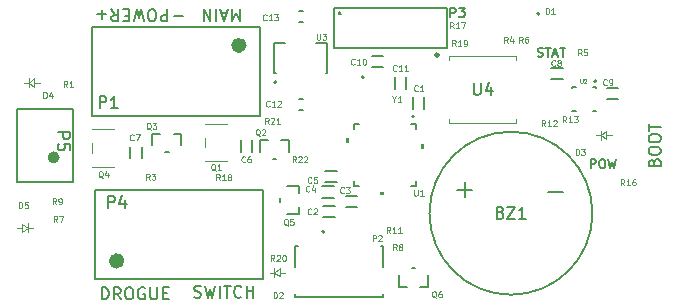
<source format=gbr>
%TF.GenerationSoftware,KiCad,Pcbnew,7.0.1*%
%TF.CreationDate,2023-05-27T07:40:04-07:00*%
%TF.ProjectId,Base-Flight-Computer-Test,42617365-2d46-46c6-9967-68742d436f6d,rev?*%
%TF.SameCoordinates,Original*%
%TF.FileFunction,Legend,Top*%
%TF.FilePolarity,Positive*%
%FSLAX46Y46*%
G04 Gerber Fmt 4.6, Leading zero omitted, Abs format (unit mm)*
G04 Created by KiCad (PCBNEW 7.0.1) date 2023-05-27 07:40:04*
%MOMM*%
%LPD*%
G01*
G04 APERTURE LIST*
%ADD10C,0.203200*%
%ADD11C,0.127000*%
%ADD12C,0.076200*%
%ADD13C,0.150000*%
%ADD14C,0.080000*%
%ADD15C,0.120214*%
%ADD16C,0.200000*%
%ADD17C,0.050800*%
%ADD18C,0.120000*%
%ADD19C,0.152400*%
%ADD20C,0.508000*%
%ADD21C,0.635000*%
%ADD22C,0.304800*%
%ADD23C,0.173137*%
G04 APERTURE END LIST*
D10*
X113856104Y-104864020D02*
X113856104Y-103848020D01*
X113856104Y-103848020D02*
X114098009Y-103848020D01*
X114098009Y-103848020D02*
X114243152Y-103896401D01*
X114243152Y-103896401D02*
X114339914Y-103993163D01*
X114339914Y-103993163D02*
X114388295Y-104089925D01*
X114388295Y-104089925D02*
X114436676Y-104283449D01*
X114436676Y-104283449D02*
X114436676Y-104428592D01*
X114436676Y-104428592D02*
X114388295Y-104622116D01*
X114388295Y-104622116D02*
X114339914Y-104718878D01*
X114339914Y-104718878D02*
X114243152Y-104815640D01*
X114243152Y-104815640D02*
X114098009Y-104864020D01*
X114098009Y-104864020D02*
X113856104Y-104864020D01*
X115452676Y-104864020D02*
X115114009Y-104380211D01*
X114872104Y-104864020D02*
X114872104Y-103848020D01*
X114872104Y-103848020D02*
X115259152Y-103848020D01*
X115259152Y-103848020D02*
X115355914Y-103896401D01*
X115355914Y-103896401D02*
X115404295Y-103944782D01*
X115404295Y-103944782D02*
X115452676Y-104041544D01*
X115452676Y-104041544D02*
X115452676Y-104186687D01*
X115452676Y-104186687D02*
X115404295Y-104283449D01*
X115404295Y-104283449D02*
X115355914Y-104331830D01*
X115355914Y-104331830D02*
X115259152Y-104380211D01*
X115259152Y-104380211D02*
X114872104Y-104380211D01*
X116081628Y-103848020D02*
X116275152Y-103848020D01*
X116275152Y-103848020D02*
X116371914Y-103896401D01*
X116371914Y-103896401D02*
X116468676Y-103993163D01*
X116468676Y-103993163D02*
X116517057Y-104186687D01*
X116517057Y-104186687D02*
X116517057Y-104525354D01*
X116517057Y-104525354D02*
X116468676Y-104718878D01*
X116468676Y-104718878D02*
X116371914Y-104815640D01*
X116371914Y-104815640D02*
X116275152Y-104864020D01*
X116275152Y-104864020D02*
X116081628Y-104864020D01*
X116081628Y-104864020D02*
X115984866Y-104815640D01*
X115984866Y-104815640D02*
X115888104Y-104718878D01*
X115888104Y-104718878D02*
X115839723Y-104525354D01*
X115839723Y-104525354D02*
X115839723Y-104186687D01*
X115839723Y-104186687D02*
X115888104Y-103993163D01*
X115888104Y-103993163D02*
X115984866Y-103896401D01*
X115984866Y-103896401D02*
X116081628Y-103848020D01*
X117484676Y-103896401D02*
X117387914Y-103848020D01*
X117387914Y-103848020D02*
X117242771Y-103848020D01*
X117242771Y-103848020D02*
X117097628Y-103896401D01*
X117097628Y-103896401D02*
X117000866Y-103993163D01*
X117000866Y-103993163D02*
X116952485Y-104089925D01*
X116952485Y-104089925D02*
X116904104Y-104283449D01*
X116904104Y-104283449D02*
X116904104Y-104428592D01*
X116904104Y-104428592D02*
X116952485Y-104622116D01*
X116952485Y-104622116D02*
X117000866Y-104718878D01*
X117000866Y-104718878D02*
X117097628Y-104815640D01*
X117097628Y-104815640D02*
X117242771Y-104864020D01*
X117242771Y-104864020D02*
X117339533Y-104864020D01*
X117339533Y-104864020D02*
X117484676Y-104815640D01*
X117484676Y-104815640D02*
X117533057Y-104767259D01*
X117533057Y-104767259D02*
X117533057Y-104428592D01*
X117533057Y-104428592D02*
X117339533Y-104428592D01*
X117968485Y-103848020D02*
X117968485Y-104670497D01*
X117968485Y-104670497D02*
X118016866Y-104767259D01*
X118016866Y-104767259D02*
X118065247Y-104815640D01*
X118065247Y-104815640D02*
X118162009Y-104864020D01*
X118162009Y-104864020D02*
X118355533Y-104864020D01*
X118355533Y-104864020D02*
X118452295Y-104815640D01*
X118452295Y-104815640D02*
X118500676Y-104767259D01*
X118500676Y-104767259D02*
X118549057Y-104670497D01*
X118549057Y-104670497D02*
X118549057Y-103848020D01*
X119032866Y-104331830D02*
X119371533Y-104331830D01*
X119516676Y-104864020D02*
X119032866Y-104864020D01*
X119032866Y-104864020D02*
X119032866Y-103848020D01*
X119032866Y-103848020D02*
X119516676Y-103848020D01*
D11*
X150767143Y-84288630D02*
X150876001Y-84324915D01*
X150876001Y-84324915D02*
X151057429Y-84324915D01*
X151057429Y-84324915D02*
X151130001Y-84288630D01*
X151130001Y-84288630D02*
X151166286Y-84252344D01*
X151166286Y-84252344D02*
X151202572Y-84179772D01*
X151202572Y-84179772D02*
X151202572Y-84107201D01*
X151202572Y-84107201D02*
X151166286Y-84034630D01*
X151166286Y-84034630D02*
X151130001Y-83998344D01*
X151130001Y-83998344D02*
X151057429Y-83962058D01*
X151057429Y-83962058D02*
X150912286Y-83925772D01*
X150912286Y-83925772D02*
X150839715Y-83889487D01*
X150839715Y-83889487D02*
X150803429Y-83853201D01*
X150803429Y-83853201D02*
X150767143Y-83780630D01*
X150767143Y-83780630D02*
X150767143Y-83708058D01*
X150767143Y-83708058D02*
X150803429Y-83635487D01*
X150803429Y-83635487D02*
X150839715Y-83599201D01*
X150839715Y-83599201D02*
X150912286Y-83562915D01*
X150912286Y-83562915D02*
X151093715Y-83562915D01*
X151093715Y-83562915D02*
X151202572Y-83599201D01*
X151420286Y-83562915D02*
X151855715Y-83562915D01*
X151638000Y-84324915D02*
X151638000Y-83562915D01*
X152073428Y-84107201D02*
X152436286Y-84107201D01*
X152000857Y-84324915D02*
X152254857Y-83562915D01*
X152254857Y-83562915D02*
X152508857Y-84324915D01*
X152654000Y-83562915D02*
X153089429Y-83562915D01*
X152871714Y-84324915D02*
X152871714Y-83562915D01*
X155252057Y-93748315D02*
X155252057Y-92986315D01*
X155252057Y-92986315D02*
X155542343Y-92986315D01*
X155542343Y-92986315D02*
X155614914Y-93022601D01*
X155614914Y-93022601D02*
X155651200Y-93058887D01*
X155651200Y-93058887D02*
X155687486Y-93131458D01*
X155687486Y-93131458D02*
X155687486Y-93240315D01*
X155687486Y-93240315D02*
X155651200Y-93312887D01*
X155651200Y-93312887D02*
X155614914Y-93349172D01*
X155614914Y-93349172D02*
X155542343Y-93385458D01*
X155542343Y-93385458D02*
X155252057Y-93385458D01*
X156159200Y-92986315D02*
X156304343Y-92986315D01*
X156304343Y-92986315D02*
X156376914Y-93022601D01*
X156376914Y-93022601D02*
X156449486Y-93095172D01*
X156449486Y-93095172D02*
X156485771Y-93240315D01*
X156485771Y-93240315D02*
X156485771Y-93494315D01*
X156485771Y-93494315D02*
X156449486Y-93639458D01*
X156449486Y-93639458D02*
X156376914Y-93712030D01*
X156376914Y-93712030D02*
X156304343Y-93748315D01*
X156304343Y-93748315D02*
X156159200Y-93748315D01*
X156159200Y-93748315D02*
X156086629Y-93712030D01*
X156086629Y-93712030D02*
X156014057Y-93639458D01*
X156014057Y-93639458D02*
X155977771Y-93494315D01*
X155977771Y-93494315D02*
X155977771Y-93240315D01*
X155977771Y-93240315D02*
X156014057Y-93095172D01*
X156014057Y-93095172D02*
X156086629Y-93022601D01*
X156086629Y-93022601D02*
X156159200Y-92986315D01*
X156739772Y-92986315D02*
X156921200Y-93748315D01*
X156921200Y-93748315D02*
X157066343Y-93204030D01*
X157066343Y-93204030D02*
X157211486Y-93748315D01*
X157211486Y-93748315D02*
X157392915Y-92986315D01*
D10*
X125576390Y-80301979D02*
X125576390Y-81317979D01*
X125576390Y-81317979D02*
X125237723Y-80592264D01*
X125237723Y-80592264D02*
X124899056Y-81317979D01*
X124899056Y-81317979D02*
X124899056Y-80301979D01*
X124463628Y-80592264D02*
X123979818Y-80592264D01*
X124560390Y-80301979D02*
X124221723Y-81317979D01*
X124221723Y-81317979D02*
X123883056Y-80301979D01*
X123544390Y-80301979D02*
X123544390Y-81317979D01*
X123060580Y-80301979D02*
X123060580Y-81317979D01*
X123060580Y-81317979D02*
X122480008Y-80301979D01*
X122480008Y-80301979D02*
X122480008Y-81317979D01*
X121665999Y-104663240D02*
X121811142Y-104711620D01*
X121811142Y-104711620D02*
X122053047Y-104711620D01*
X122053047Y-104711620D02*
X122149809Y-104663240D01*
X122149809Y-104663240D02*
X122198190Y-104614859D01*
X122198190Y-104614859D02*
X122246571Y-104518097D01*
X122246571Y-104518097D02*
X122246571Y-104421335D01*
X122246571Y-104421335D02*
X122198190Y-104324573D01*
X122198190Y-104324573D02*
X122149809Y-104276192D01*
X122149809Y-104276192D02*
X122053047Y-104227811D01*
X122053047Y-104227811D02*
X121859523Y-104179430D01*
X121859523Y-104179430D02*
X121762761Y-104131049D01*
X121762761Y-104131049D02*
X121714380Y-104082668D01*
X121714380Y-104082668D02*
X121665999Y-103985906D01*
X121665999Y-103985906D02*
X121665999Y-103889144D01*
X121665999Y-103889144D02*
X121714380Y-103792382D01*
X121714380Y-103792382D02*
X121762761Y-103744001D01*
X121762761Y-103744001D02*
X121859523Y-103695620D01*
X121859523Y-103695620D02*
X122101428Y-103695620D01*
X122101428Y-103695620D02*
X122246571Y-103744001D01*
X122585237Y-103695620D02*
X122827142Y-104711620D01*
X122827142Y-104711620D02*
X123020666Y-103985906D01*
X123020666Y-103985906D02*
X123214190Y-104711620D01*
X123214190Y-104711620D02*
X123456095Y-103695620D01*
X123843142Y-104711620D02*
X123843142Y-103695620D01*
X124181809Y-103695620D02*
X124762381Y-103695620D01*
X124472095Y-104711620D02*
X124472095Y-103695620D01*
X125681619Y-104614859D02*
X125633238Y-104663240D01*
X125633238Y-104663240D02*
X125488095Y-104711620D01*
X125488095Y-104711620D02*
X125391333Y-104711620D01*
X125391333Y-104711620D02*
X125246190Y-104663240D01*
X125246190Y-104663240D02*
X125149428Y-104566478D01*
X125149428Y-104566478D02*
X125101047Y-104469716D01*
X125101047Y-104469716D02*
X125052666Y-104276192D01*
X125052666Y-104276192D02*
X125052666Y-104131049D01*
X125052666Y-104131049D02*
X125101047Y-103937525D01*
X125101047Y-103937525D02*
X125149428Y-103840763D01*
X125149428Y-103840763D02*
X125246190Y-103744001D01*
X125246190Y-103744001D02*
X125391333Y-103695620D01*
X125391333Y-103695620D02*
X125488095Y-103695620D01*
X125488095Y-103695620D02*
X125633238Y-103744001D01*
X125633238Y-103744001D02*
X125681619Y-103792382D01*
X126117047Y-104711620D02*
X126117047Y-103695620D01*
X126117047Y-104179430D02*
X126697619Y-104179430D01*
X126697619Y-104711620D02*
X126697619Y-103695620D01*
X113861426Y-80334152D02*
X113861426Y-81108248D01*
X113474379Y-80721200D02*
X114248474Y-80721200D01*
X119932752Y-80829573D02*
X120706848Y-80829573D01*
X119415076Y-80301979D02*
X119415076Y-81317979D01*
X119415076Y-81317979D02*
X119028028Y-81317979D01*
X119028028Y-81317979D02*
X118931266Y-81269598D01*
X118931266Y-81269598D02*
X118882885Y-81221217D01*
X118882885Y-81221217D02*
X118834504Y-81124455D01*
X118834504Y-81124455D02*
X118834504Y-80979312D01*
X118834504Y-80979312D02*
X118882885Y-80882550D01*
X118882885Y-80882550D02*
X118931266Y-80834169D01*
X118931266Y-80834169D02*
X119028028Y-80785788D01*
X119028028Y-80785788D02*
X119415076Y-80785788D01*
X118205552Y-81317979D02*
X118012028Y-81317979D01*
X118012028Y-81317979D02*
X117915266Y-81269598D01*
X117915266Y-81269598D02*
X117818504Y-81172836D01*
X117818504Y-81172836D02*
X117770123Y-80979312D01*
X117770123Y-80979312D02*
X117770123Y-80640645D01*
X117770123Y-80640645D02*
X117818504Y-80447121D01*
X117818504Y-80447121D02*
X117915266Y-80350360D01*
X117915266Y-80350360D02*
X118012028Y-80301979D01*
X118012028Y-80301979D02*
X118205552Y-80301979D01*
X118205552Y-80301979D02*
X118302314Y-80350360D01*
X118302314Y-80350360D02*
X118399076Y-80447121D01*
X118399076Y-80447121D02*
X118447457Y-80640645D01*
X118447457Y-80640645D02*
X118447457Y-80979312D01*
X118447457Y-80979312D02*
X118399076Y-81172836D01*
X118399076Y-81172836D02*
X118302314Y-81269598D01*
X118302314Y-81269598D02*
X118205552Y-81317979D01*
X117431457Y-81317979D02*
X117189552Y-80301979D01*
X117189552Y-80301979D02*
X116996028Y-81027693D01*
X116996028Y-81027693D02*
X116802504Y-80301979D01*
X116802504Y-80301979D02*
X116560600Y-81317979D01*
X116173552Y-80834169D02*
X115834885Y-80834169D01*
X115689742Y-80301979D02*
X116173552Y-80301979D01*
X116173552Y-80301979D02*
X116173552Y-81317979D01*
X116173552Y-81317979D02*
X115689742Y-81317979D01*
X114673742Y-80301979D02*
X115012409Y-80785788D01*
X115254314Y-80301979D02*
X115254314Y-81317979D01*
X115254314Y-81317979D02*
X114867266Y-81317979D01*
X114867266Y-81317979D02*
X114770504Y-81269598D01*
X114770504Y-81269598D02*
X114722123Y-81221217D01*
X114722123Y-81221217D02*
X114673742Y-81124455D01*
X114673742Y-81124455D02*
X114673742Y-80979312D01*
X114673742Y-80979312D02*
X114722123Y-80882550D01*
X114722123Y-80882550D02*
X114770504Y-80834169D01*
X114770504Y-80834169D02*
X114867266Y-80785788D01*
X114867266Y-80785788D02*
X115254314Y-80785788D01*
X160643630Y-93250656D02*
X160692011Y-93105513D01*
X160692011Y-93105513D02*
X160740392Y-93057132D01*
X160740392Y-93057132D02*
X160837154Y-93008751D01*
X160837154Y-93008751D02*
X160982297Y-93008751D01*
X160982297Y-93008751D02*
X161079059Y-93057132D01*
X161079059Y-93057132D02*
X161127440Y-93105513D01*
X161127440Y-93105513D02*
X161175820Y-93202275D01*
X161175820Y-93202275D02*
X161175820Y-93589323D01*
X161175820Y-93589323D02*
X160159820Y-93589323D01*
X160159820Y-93589323D02*
X160159820Y-93250656D01*
X160159820Y-93250656D02*
X160208201Y-93153894D01*
X160208201Y-93153894D02*
X160256582Y-93105513D01*
X160256582Y-93105513D02*
X160353344Y-93057132D01*
X160353344Y-93057132D02*
X160450106Y-93057132D01*
X160450106Y-93057132D02*
X160546868Y-93105513D01*
X160546868Y-93105513D02*
X160595249Y-93153894D01*
X160595249Y-93153894D02*
X160643630Y-93250656D01*
X160643630Y-93250656D02*
X160643630Y-93589323D01*
X160159820Y-92379799D02*
X160159820Y-92186275D01*
X160159820Y-92186275D02*
X160208201Y-92089513D01*
X160208201Y-92089513D02*
X160304963Y-91992751D01*
X160304963Y-91992751D02*
X160498487Y-91944370D01*
X160498487Y-91944370D02*
X160837154Y-91944370D01*
X160837154Y-91944370D02*
X161030678Y-91992751D01*
X161030678Y-91992751D02*
X161127440Y-92089513D01*
X161127440Y-92089513D02*
X161175820Y-92186275D01*
X161175820Y-92186275D02*
X161175820Y-92379799D01*
X161175820Y-92379799D02*
X161127440Y-92476561D01*
X161127440Y-92476561D02*
X161030678Y-92573323D01*
X161030678Y-92573323D02*
X160837154Y-92621704D01*
X160837154Y-92621704D02*
X160498487Y-92621704D01*
X160498487Y-92621704D02*
X160304963Y-92573323D01*
X160304963Y-92573323D02*
X160208201Y-92476561D01*
X160208201Y-92476561D02*
X160159820Y-92379799D01*
X160159820Y-91315418D02*
X160159820Y-91121894D01*
X160159820Y-91121894D02*
X160208201Y-91025132D01*
X160208201Y-91025132D02*
X160304963Y-90928370D01*
X160304963Y-90928370D02*
X160498487Y-90879989D01*
X160498487Y-90879989D02*
X160837154Y-90879989D01*
X160837154Y-90879989D02*
X161030678Y-90928370D01*
X161030678Y-90928370D02*
X161127440Y-91025132D01*
X161127440Y-91025132D02*
X161175820Y-91121894D01*
X161175820Y-91121894D02*
X161175820Y-91315418D01*
X161175820Y-91315418D02*
X161127440Y-91412180D01*
X161127440Y-91412180D02*
X161030678Y-91508942D01*
X161030678Y-91508942D02*
X160837154Y-91557323D01*
X160837154Y-91557323D02*
X160498487Y-91557323D01*
X160498487Y-91557323D02*
X160304963Y-91508942D01*
X160304963Y-91508942D02*
X160208201Y-91412180D01*
X160208201Y-91412180D02*
X160159820Y-91315418D01*
X160159820Y-90589704D02*
X160159820Y-90009132D01*
X161175820Y-90299418D02*
X160159820Y-90299418D01*
D12*
%TO.C,P2*%
X136785047Y-99930010D02*
X136785047Y-99422010D01*
X136785047Y-99422010D02*
X136978571Y-99422010D01*
X136978571Y-99422010D02*
X137026952Y-99446200D01*
X137026952Y-99446200D02*
X137051142Y-99470391D01*
X137051142Y-99470391D02*
X137075333Y-99518772D01*
X137075333Y-99518772D02*
X137075333Y-99591343D01*
X137075333Y-99591343D02*
X137051142Y-99639724D01*
X137051142Y-99639724D02*
X137026952Y-99663915D01*
X137026952Y-99663915D02*
X136978571Y-99688105D01*
X136978571Y-99688105D02*
X136785047Y-99688105D01*
X137268856Y-99470391D02*
X137293047Y-99446200D01*
X137293047Y-99446200D02*
X137341428Y-99422010D01*
X137341428Y-99422010D02*
X137462380Y-99422010D01*
X137462380Y-99422010D02*
X137510761Y-99446200D01*
X137510761Y-99446200D02*
X137534952Y-99470391D01*
X137534952Y-99470391D02*
X137559142Y-99518772D01*
X137559142Y-99518772D02*
X137559142Y-99567153D01*
X137559142Y-99567153D02*
X137534952Y-99639724D01*
X137534952Y-99639724D02*
X137244666Y-99930010D01*
X137244666Y-99930010D02*
X137559142Y-99930010D01*
%TO.C,R20*%
X128476828Y-101606410D02*
X128307494Y-101364505D01*
X128186542Y-101606410D02*
X128186542Y-101098410D01*
X128186542Y-101098410D02*
X128380066Y-101098410D01*
X128380066Y-101098410D02*
X128428447Y-101122600D01*
X128428447Y-101122600D02*
X128452637Y-101146791D01*
X128452637Y-101146791D02*
X128476828Y-101195172D01*
X128476828Y-101195172D02*
X128476828Y-101267743D01*
X128476828Y-101267743D02*
X128452637Y-101316124D01*
X128452637Y-101316124D02*
X128428447Y-101340315D01*
X128428447Y-101340315D02*
X128380066Y-101364505D01*
X128380066Y-101364505D02*
X128186542Y-101364505D01*
X128670351Y-101146791D02*
X128694542Y-101122600D01*
X128694542Y-101122600D02*
X128742923Y-101098410D01*
X128742923Y-101098410D02*
X128863875Y-101098410D01*
X128863875Y-101098410D02*
X128912256Y-101122600D01*
X128912256Y-101122600D02*
X128936447Y-101146791D01*
X128936447Y-101146791D02*
X128960637Y-101195172D01*
X128960637Y-101195172D02*
X128960637Y-101243553D01*
X128960637Y-101243553D02*
X128936447Y-101316124D01*
X128936447Y-101316124D02*
X128646161Y-101606410D01*
X128646161Y-101606410D02*
X128960637Y-101606410D01*
X129275114Y-101098410D02*
X129323495Y-101098410D01*
X129323495Y-101098410D02*
X129371876Y-101122600D01*
X129371876Y-101122600D02*
X129396066Y-101146791D01*
X129396066Y-101146791D02*
X129420257Y-101195172D01*
X129420257Y-101195172D02*
X129444447Y-101291934D01*
X129444447Y-101291934D02*
X129444447Y-101412886D01*
X129444447Y-101412886D02*
X129420257Y-101509648D01*
X129420257Y-101509648D02*
X129396066Y-101558029D01*
X129396066Y-101558029D02*
X129371876Y-101582220D01*
X129371876Y-101582220D02*
X129323495Y-101606410D01*
X129323495Y-101606410D02*
X129275114Y-101606410D01*
X129275114Y-101606410D02*
X129226733Y-101582220D01*
X129226733Y-101582220D02*
X129202542Y-101558029D01*
X129202542Y-101558029D02*
X129178352Y-101509648D01*
X129178352Y-101509648D02*
X129154161Y-101412886D01*
X129154161Y-101412886D02*
X129154161Y-101291934D01*
X129154161Y-101291934D02*
X129178352Y-101195172D01*
X129178352Y-101195172D02*
X129202542Y-101146791D01*
X129202542Y-101146791D02*
X129226733Y-101122600D01*
X129226733Y-101122600D02*
X129275114Y-101098410D01*
%TO.C,C6*%
X126000933Y-93201429D02*
X125976742Y-93225620D01*
X125976742Y-93225620D02*
X125904171Y-93249810D01*
X125904171Y-93249810D02*
X125855790Y-93249810D01*
X125855790Y-93249810D02*
X125783218Y-93225620D01*
X125783218Y-93225620D02*
X125734837Y-93177239D01*
X125734837Y-93177239D02*
X125710647Y-93128858D01*
X125710647Y-93128858D02*
X125686456Y-93032096D01*
X125686456Y-93032096D02*
X125686456Y-92959524D01*
X125686456Y-92959524D02*
X125710647Y-92862762D01*
X125710647Y-92862762D02*
X125734837Y-92814381D01*
X125734837Y-92814381D02*
X125783218Y-92766000D01*
X125783218Y-92766000D02*
X125855790Y-92741810D01*
X125855790Y-92741810D02*
X125904171Y-92741810D01*
X125904171Y-92741810D02*
X125976742Y-92766000D01*
X125976742Y-92766000D02*
X126000933Y-92790191D01*
X126436361Y-92741810D02*
X126339599Y-92741810D01*
X126339599Y-92741810D02*
X126291218Y-92766000D01*
X126291218Y-92766000D02*
X126267028Y-92790191D01*
X126267028Y-92790191D02*
X126218647Y-92862762D01*
X126218647Y-92862762D02*
X126194456Y-92959524D01*
X126194456Y-92959524D02*
X126194456Y-93153048D01*
X126194456Y-93153048D02*
X126218647Y-93201429D01*
X126218647Y-93201429D02*
X126242837Y-93225620D01*
X126242837Y-93225620D02*
X126291218Y-93249810D01*
X126291218Y-93249810D02*
X126387980Y-93249810D01*
X126387980Y-93249810D02*
X126436361Y-93225620D01*
X126436361Y-93225620D02*
X126460552Y-93201429D01*
X126460552Y-93201429D02*
X126484742Y-93153048D01*
X126484742Y-93153048D02*
X126484742Y-93032096D01*
X126484742Y-93032096D02*
X126460552Y-92983715D01*
X126460552Y-92983715D02*
X126436361Y-92959524D01*
X126436361Y-92959524D02*
X126387980Y-92935334D01*
X126387980Y-92935334D02*
X126291218Y-92935334D01*
X126291218Y-92935334D02*
X126242837Y-92959524D01*
X126242837Y-92959524D02*
X126218647Y-92983715D01*
X126218647Y-92983715D02*
X126194456Y-93032096D01*
%TO.C,D1*%
X151440847Y-80702210D02*
X151440847Y-80194210D01*
X151440847Y-80194210D02*
X151561799Y-80194210D01*
X151561799Y-80194210D02*
X151634371Y-80218400D01*
X151634371Y-80218400D02*
X151682752Y-80266781D01*
X151682752Y-80266781D02*
X151706942Y-80315162D01*
X151706942Y-80315162D02*
X151731133Y-80411924D01*
X151731133Y-80411924D02*
X151731133Y-80484496D01*
X151731133Y-80484496D02*
X151706942Y-80581258D01*
X151706942Y-80581258D02*
X151682752Y-80629639D01*
X151682752Y-80629639D02*
X151634371Y-80678020D01*
X151634371Y-80678020D02*
X151561799Y-80702210D01*
X151561799Y-80702210D02*
X151440847Y-80702210D01*
X152214942Y-80702210D02*
X151924656Y-80702210D01*
X152069799Y-80702210D02*
X152069799Y-80194210D01*
X152069799Y-80194210D02*
X152021418Y-80266781D01*
X152021418Y-80266781D02*
X151973037Y-80315162D01*
X151973037Y-80315162D02*
X151924656Y-80339353D01*
D13*
%TO.C,P3*%
X143376724Y-80957095D02*
X143376724Y-80157095D01*
X143376724Y-80157095D02*
X143681486Y-80157095D01*
X143681486Y-80157095D02*
X143757676Y-80195190D01*
X143757676Y-80195190D02*
X143795771Y-80233285D01*
X143795771Y-80233285D02*
X143833867Y-80309476D01*
X143833867Y-80309476D02*
X143833867Y-80423761D01*
X143833867Y-80423761D02*
X143795771Y-80499952D01*
X143795771Y-80499952D02*
X143757676Y-80538047D01*
X143757676Y-80538047D02*
X143681486Y-80576142D01*
X143681486Y-80576142D02*
X143376724Y-80576142D01*
X144100533Y-80157095D02*
X144595771Y-80157095D01*
X144595771Y-80157095D02*
X144329105Y-80461857D01*
X144329105Y-80461857D02*
X144443390Y-80461857D01*
X144443390Y-80461857D02*
X144519581Y-80499952D01*
X144519581Y-80499952D02*
X144557676Y-80538047D01*
X144557676Y-80538047D02*
X144595771Y-80614238D01*
X144595771Y-80614238D02*
X144595771Y-80804714D01*
X144595771Y-80804714D02*
X144557676Y-80880904D01*
X144557676Y-80880904D02*
X144519581Y-80919000D01*
X144519581Y-80919000D02*
X144443390Y-80957095D01*
X144443390Y-80957095D02*
X144214819Y-80957095D01*
X144214819Y-80957095D02*
X144138628Y-80919000D01*
X144138628Y-80919000D02*
X144100533Y-80880904D01*
D12*
%TO.C,C8*%
X152239133Y-85048029D02*
X152214942Y-85072220D01*
X152214942Y-85072220D02*
X152142371Y-85096410D01*
X152142371Y-85096410D02*
X152093990Y-85096410D01*
X152093990Y-85096410D02*
X152021418Y-85072220D01*
X152021418Y-85072220D02*
X151973037Y-85023839D01*
X151973037Y-85023839D02*
X151948847Y-84975458D01*
X151948847Y-84975458D02*
X151924656Y-84878696D01*
X151924656Y-84878696D02*
X151924656Y-84806124D01*
X151924656Y-84806124D02*
X151948847Y-84709362D01*
X151948847Y-84709362D02*
X151973037Y-84660981D01*
X151973037Y-84660981D02*
X152021418Y-84612600D01*
X152021418Y-84612600D02*
X152093990Y-84588410D01*
X152093990Y-84588410D02*
X152142371Y-84588410D01*
X152142371Y-84588410D02*
X152214942Y-84612600D01*
X152214942Y-84612600D02*
X152239133Y-84636791D01*
X152529418Y-84806124D02*
X152481037Y-84781934D01*
X152481037Y-84781934D02*
X152456847Y-84757743D01*
X152456847Y-84757743D02*
X152432656Y-84709362D01*
X152432656Y-84709362D02*
X152432656Y-84685172D01*
X152432656Y-84685172D02*
X152456847Y-84636791D01*
X152456847Y-84636791D02*
X152481037Y-84612600D01*
X152481037Y-84612600D02*
X152529418Y-84588410D01*
X152529418Y-84588410D02*
X152626180Y-84588410D01*
X152626180Y-84588410D02*
X152674561Y-84612600D01*
X152674561Y-84612600D02*
X152698752Y-84636791D01*
X152698752Y-84636791D02*
X152722942Y-84685172D01*
X152722942Y-84685172D02*
X152722942Y-84709362D01*
X152722942Y-84709362D02*
X152698752Y-84757743D01*
X152698752Y-84757743D02*
X152674561Y-84781934D01*
X152674561Y-84781934D02*
X152626180Y-84806124D01*
X152626180Y-84806124D02*
X152529418Y-84806124D01*
X152529418Y-84806124D02*
X152481037Y-84830315D01*
X152481037Y-84830315D02*
X152456847Y-84854505D01*
X152456847Y-84854505D02*
X152432656Y-84902886D01*
X152432656Y-84902886D02*
X152432656Y-84999648D01*
X152432656Y-84999648D02*
X152456847Y-85048029D01*
X152456847Y-85048029D02*
X152481037Y-85072220D01*
X152481037Y-85072220D02*
X152529418Y-85096410D01*
X152529418Y-85096410D02*
X152626180Y-85096410D01*
X152626180Y-85096410D02*
X152674561Y-85072220D01*
X152674561Y-85072220D02*
X152698752Y-85048029D01*
X152698752Y-85048029D02*
X152722942Y-84999648D01*
X152722942Y-84999648D02*
X152722942Y-84902886D01*
X152722942Y-84902886D02*
X152698752Y-84854505D01*
X152698752Y-84854505D02*
X152674561Y-84830315D01*
X152674561Y-84830315D02*
X152626180Y-84806124D01*
%TO.C,R13*%
X153191028Y-89871610D02*
X153021694Y-89629705D01*
X152900742Y-89871610D02*
X152900742Y-89363610D01*
X152900742Y-89363610D02*
X153094266Y-89363610D01*
X153094266Y-89363610D02*
X153142647Y-89387800D01*
X153142647Y-89387800D02*
X153166837Y-89411991D01*
X153166837Y-89411991D02*
X153191028Y-89460372D01*
X153191028Y-89460372D02*
X153191028Y-89532943D01*
X153191028Y-89532943D02*
X153166837Y-89581324D01*
X153166837Y-89581324D02*
X153142647Y-89605515D01*
X153142647Y-89605515D02*
X153094266Y-89629705D01*
X153094266Y-89629705D02*
X152900742Y-89629705D01*
X153674837Y-89871610D02*
X153384551Y-89871610D01*
X153529694Y-89871610D02*
X153529694Y-89363610D01*
X153529694Y-89363610D02*
X153481313Y-89436181D01*
X153481313Y-89436181D02*
X153432932Y-89484562D01*
X153432932Y-89484562D02*
X153384551Y-89508753D01*
X153844171Y-89363610D02*
X154158647Y-89363610D01*
X154158647Y-89363610D02*
X153989314Y-89557134D01*
X153989314Y-89557134D02*
X154061885Y-89557134D01*
X154061885Y-89557134D02*
X154110266Y-89581324D01*
X154110266Y-89581324D02*
X154134457Y-89605515D01*
X154134457Y-89605515D02*
X154158647Y-89653896D01*
X154158647Y-89653896D02*
X154158647Y-89774848D01*
X154158647Y-89774848D02*
X154134457Y-89823229D01*
X154134457Y-89823229D02*
X154110266Y-89847420D01*
X154110266Y-89847420D02*
X154061885Y-89871610D01*
X154061885Y-89871610D02*
X153916742Y-89871610D01*
X153916742Y-89871610D02*
X153868361Y-89847420D01*
X153868361Y-89847420D02*
X153844171Y-89823229D01*
%TO.C,C7*%
X116552133Y-91347229D02*
X116527942Y-91371420D01*
X116527942Y-91371420D02*
X116455371Y-91395610D01*
X116455371Y-91395610D02*
X116406990Y-91395610D01*
X116406990Y-91395610D02*
X116334418Y-91371420D01*
X116334418Y-91371420D02*
X116286037Y-91323039D01*
X116286037Y-91323039D02*
X116261847Y-91274658D01*
X116261847Y-91274658D02*
X116237656Y-91177896D01*
X116237656Y-91177896D02*
X116237656Y-91105324D01*
X116237656Y-91105324D02*
X116261847Y-91008562D01*
X116261847Y-91008562D02*
X116286037Y-90960181D01*
X116286037Y-90960181D02*
X116334418Y-90911800D01*
X116334418Y-90911800D02*
X116406990Y-90887610D01*
X116406990Y-90887610D02*
X116455371Y-90887610D01*
X116455371Y-90887610D02*
X116527942Y-90911800D01*
X116527942Y-90911800D02*
X116552133Y-90935991D01*
X116721466Y-90887610D02*
X117060133Y-90887610D01*
X117060133Y-90887610D02*
X116842418Y-91395610D01*
%TO.C,D2*%
X128403047Y-104756010D02*
X128403047Y-104248010D01*
X128403047Y-104248010D02*
X128523999Y-104248010D01*
X128523999Y-104248010D02*
X128596571Y-104272200D01*
X128596571Y-104272200D02*
X128644952Y-104320581D01*
X128644952Y-104320581D02*
X128669142Y-104368962D01*
X128669142Y-104368962D02*
X128693333Y-104465724D01*
X128693333Y-104465724D02*
X128693333Y-104538296D01*
X128693333Y-104538296D02*
X128669142Y-104635058D01*
X128669142Y-104635058D02*
X128644952Y-104683439D01*
X128644952Y-104683439D02*
X128596571Y-104731820D01*
X128596571Y-104731820D02*
X128523999Y-104756010D01*
X128523999Y-104756010D02*
X128403047Y-104756010D01*
X128886856Y-104296391D02*
X128911047Y-104272200D01*
X128911047Y-104272200D02*
X128959428Y-104248010D01*
X128959428Y-104248010D02*
X129080380Y-104248010D01*
X129080380Y-104248010D02*
X129128761Y-104272200D01*
X129128761Y-104272200D02*
X129152952Y-104296391D01*
X129152952Y-104296391D02*
X129177142Y-104344772D01*
X129177142Y-104344772D02*
X129177142Y-104393153D01*
X129177142Y-104393153D02*
X129152952Y-104465724D01*
X129152952Y-104465724D02*
X128862666Y-104756010D01*
X128862666Y-104756010D02*
X129177142Y-104756010D01*
D13*
%TO.C,BZ1*%
X147622847Y-97500209D02*
X147765704Y-97547828D01*
X147765704Y-97547828D02*
X147813323Y-97595447D01*
X147813323Y-97595447D02*
X147860942Y-97690685D01*
X147860942Y-97690685D02*
X147860942Y-97833542D01*
X147860942Y-97833542D02*
X147813323Y-97928780D01*
X147813323Y-97928780D02*
X147765704Y-97976400D01*
X147765704Y-97976400D02*
X147670466Y-98024019D01*
X147670466Y-98024019D02*
X147289514Y-98024019D01*
X147289514Y-98024019D02*
X147289514Y-97024019D01*
X147289514Y-97024019D02*
X147622847Y-97024019D01*
X147622847Y-97024019D02*
X147718085Y-97071638D01*
X147718085Y-97071638D02*
X147765704Y-97119257D01*
X147765704Y-97119257D02*
X147813323Y-97214495D01*
X147813323Y-97214495D02*
X147813323Y-97309733D01*
X147813323Y-97309733D02*
X147765704Y-97404971D01*
X147765704Y-97404971D02*
X147718085Y-97452590D01*
X147718085Y-97452590D02*
X147622847Y-97500209D01*
X147622847Y-97500209D02*
X147289514Y-97500209D01*
X148194276Y-97024019D02*
X148860942Y-97024019D01*
X148860942Y-97024019D02*
X148194276Y-98024019D01*
X148194276Y-98024019D02*
X148860942Y-98024019D01*
X149765704Y-98024019D02*
X149194276Y-98024019D01*
X149479990Y-98024019D02*
X149479990Y-97024019D01*
X149479990Y-97024019D02*
X149384752Y-97166876D01*
X149384752Y-97166876D02*
X149289514Y-97262114D01*
X149289514Y-97262114D02*
X149194276Y-97309733D01*
D12*
%TO.C,R4*%
X148225933Y-83115210D02*
X148056599Y-82873305D01*
X147935647Y-83115210D02*
X147935647Y-82607210D01*
X147935647Y-82607210D02*
X148129171Y-82607210D01*
X148129171Y-82607210D02*
X148177552Y-82631400D01*
X148177552Y-82631400D02*
X148201742Y-82655591D01*
X148201742Y-82655591D02*
X148225933Y-82703972D01*
X148225933Y-82703972D02*
X148225933Y-82776543D01*
X148225933Y-82776543D02*
X148201742Y-82824924D01*
X148201742Y-82824924D02*
X148177552Y-82849115D01*
X148177552Y-82849115D02*
X148129171Y-82873305D01*
X148129171Y-82873305D02*
X147935647Y-82873305D01*
X148661361Y-82776543D02*
X148661361Y-83115210D01*
X148540409Y-82583020D02*
X148419456Y-82945877D01*
X148419456Y-82945877D02*
X148733933Y-82945877D01*
%TO.C,R1*%
X110938533Y-86874410D02*
X110769199Y-86632505D01*
X110648247Y-86874410D02*
X110648247Y-86366410D01*
X110648247Y-86366410D02*
X110841771Y-86366410D01*
X110841771Y-86366410D02*
X110890152Y-86390600D01*
X110890152Y-86390600D02*
X110914342Y-86414791D01*
X110914342Y-86414791D02*
X110938533Y-86463172D01*
X110938533Y-86463172D02*
X110938533Y-86535743D01*
X110938533Y-86535743D02*
X110914342Y-86584124D01*
X110914342Y-86584124D02*
X110890152Y-86608315D01*
X110890152Y-86608315D02*
X110841771Y-86632505D01*
X110841771Y-86632505D02*
X110648247Y-86632505D01*
X111422342Y-86874410D02*
X111132056Y-86874410D01*
X111277199Y-86874410D02*
X111277199Y-86366410D01*
X111277199Y-86366410D02*
X111228818Y-86438981D01*
X111228818Y-86438981D02*
X111180437Y-86487362D01*
X111180437Y-86487362D02*
X111132056Y-86511553D01*
%TO.C,C1*%
X140605933Y-87181629D02*
X140581742Y-87205820D01*
X140581742Y-87205820D02*
X140509171Y-87230010D01*
X140509171Y-87230010D02*
X140460790Y-87230010D01*
X140460790Y-87230010D02*
X140388218Y-87205820D01*
X140388218Y-87205820D02*
X140339837Y-87157439D01*
X140339837Y-87157439D02*
X140315647Y-87109058D01*
X140315647Y-87109058D02*
X140291456Y-87012296D01*
X140291456Y-87012296D02*
X140291456Y-86939724D01*
X140291456Y-86939724D02*
X140315647Y-86842962D01*
X140315647Y-86842962D02*
X140339837Y-86794581D01*
X140339837Y-86794581D02*
X140388218Y-86746200D01*
X140388218Y-86746200D02*
X140460790Y-86722010D01*
X140460790Y-86722010D02*
X140509171Y-86722010D01*
X140509171Y-86722010D02*
X140581742Y-86746200D01*
X140581742Y-86746200D02*
X140605933Y-86770391D01*
X141089742Y-87230010D02*
X140799456Y-87230010D01*
X140944599Y-87230010D02*
X140944599Y-86722010D01*
X140944599Y-86722010D02*
X140896218Y-86794581D01*
X140896218Y-86794581D02*
X140847837Y-86842962D01*
X140847837Y-86842962D02*
X140799456Y-86867153D01*
D13*
%TO.C,P5*%
X110128980Y-90727305D02*
X111128980Y-90727305D01*
X111128980Y-90727305D02*
X111128980Y-91108257D01*
X111128980Y-91108257D02*
X111081361Y-91203495D01*
X111081361Y-91203495D02*
X111033742Y-91251114D01*
X111033742Y-91251114D02*
X110938504Y-91298733D01*
X110938504Y-91298733D02*
X110795647Y-91298733D01*
X110795647Y-91298733D02*
X110700409Y-91251114D01*
X110700409Y-91251114D02*
X110652790Y-91203495D01*
X110652790Y-91203495D02*
X110605171Y-91108257D01*
X110605171Y-91108257D02*
X110605171Y-90727305D01*
X111128980Y-92203495D02*
X111128980Y-91727305D01*
X111128980Y-91727305D02*
X110652790Y-91679686D01*
X110652790Y-91679686D02*
X110700409Y-91727305D01*
X110700409Y-91727305D02*
X110748028Y-91822543D01*
X110748028Y-91822543D02*
X110748028Y-92060638D01*
X110748028Y-92060638D02*
X110700409Y-92155876D01*
X110700409Y-92155876D02*
X110652790Y-92203495D01*
X110652790Y-92203495D02*
X110557552Y-92251114D01*
X110557552Y-92251114D02*
X110319457Y-92251114D01*
X110319457Y-92251114D02*
X110224219Y-92203495D01*
X110224219Y-92203495D02*
X110176600Y-92155876D01*
X110176600Y-92155876D02*
X110128980Y-92060638D01*
X110128980Y-92060638D02*
X110128980Y-91822543D01*
X110128980Y-91822543D02*
X110176600Y-91727305D01*
X110176600Y-91727305D02*
X110224219Y-91679686D01*
D12*
%TO.C,Q2*%
X127256419Y-91012191D02*
X127208038Y-90988000D01*
X127208038Y-90988000D02*
X127159657Y-90939620D01*
X127159657Y-90939620D02*
X127087085Y-90867048D01*
X127087085Y-90867048D02*
X127038704Y-90842858D01*
X127038704Y-90842858D02*
X126990323Y-90842858D01*
X127014514Y-90963810D02*
X126966133Y-90939620D01*
X126966133Y-90939620D02*
X126917752Y-90891239D01*
X126917752Y-90891239D02*
X126893561Y-90794477D01*
X126893561Y-90794477D02*
X126893561Y-90625143D01*
X126893561Y-90625143D02*
X126917752Y-90528381D01*
X126917752Y-90528381D02*
X126966133Y-90480000D01*
X126966133Y-90480000D02*
X127014514Y-90455810D01*
X127014514Y-90455810D02*
X127111276Y-90455810D01*
X127111276Y-90455810D02*
X127159657Y-90480000D01*
X127159657Y-90480000D02*
X127208038Y-90528381D01*
X127208038Y-90528381D02*
X127232228Y-90625143D01*
X127232228Y-90625143D02*
X127232228Y-90794477D01*
X127232228Y-90794477D02*
X127208038Y-90891239D01*
X127208038Y-90891239D02*
X127159657Y-90939620D01*
X127159657Y-90939620D02*
X127111276Y-90963810D01*
X127111276Y-90963810D02*
X127014514Y-90963810D01*
X127425751Y-90504191D02*
X127449942Y-90480000D01*
X127449942Y-90480000D02*
X127498323Y-90455810D01*
X127498323Y-90455810D02*
X127619275Y-90455810D01*
X127619275Y-90455810D02*
X127667656Y-90480000D01*
X127667656Y-90480000D02*
X127691847Y-90504191D01*
X127691847Y-90504191D02*
X127716037Y-90552572D01*
X127716037Y-90552572D02*
X127716037Y-90600953D01*
X127716037Y-90600953D02*
X127691847Y-90673524D01*
X127691847Y-90673524D02*
X127401561Y-90963810D01*
X127401561Y-90963810D02*
X127716037Y-90963810D01*
%TO.C,R22*%
X130305628Y-93249810D02*
X130136294Y-93007905D01*
X130015342Y-93249810D02*
X130015342Y-92741810D01*
X130015342Y-92741810D02*
X130208866Y-92741810D01*
X130208866Y-92741810D02*
X130257247Y-92766000D01*
X130257247Y-92766000D02*
X130281437Y-92790191D01*
X130281437Y-92790191D02*
X130305628Y-92838572D01*
X130305628Y-92838572D02*
X130305628Y-92911143D01*
X130305628Y-92911143D02*
X130281437Y-92959524D01*
X130281437Y-92959524D02*
X130257247Y-92983715D01*
X130257247Y-92983715D02*
X130208866Y-93007905D01*
X130208866Y-93007905D02*
X130015342Y-93007905D01*
X130499151Y-92790191D02*
X130523342Y-92766000D01*
X130523342Y-92766000D02*
X130571723Y-92741810D01*
X130571723Y-92741810D02*
X130692675Y-92741810D01*
X130692675Y-92741810D02*
X130741056Y-92766000D01*
X130741056Y-92766000D02*
X130765247Y-92790191D01*
X130765247Y-92790191D02*
X130789437Y-92838572D01*
X130789437Y-92838572D02*
X130789437Y-92886953D01*
X130789437Y-92886953D02*
X130765247Y-92959524D01*
X130765247Y-92959524D02*
X130474961Y-93249810D01*
X130474961Y-93249810D02*
X130789437Y-93249810D01*
X130982961Y-92790191D02*
X131007152Y-92766000D01*
X131007152Y-92766000D02*
X131055533Y-92741810D01*
X131055533Y-92741810D02*
X131176485Y-92741810D01*
X131176485Y-92741810D02*
X131224866Y-92766000D01*
X131224866Y-92766000D02*
X131249057Y-92790191D01*
X131249057Y-92790191D02*
X131273247Y-92838572D01*
X131273247Y-92838572D02*
X131273247Y-92886953D01*
X131273247Y-92886953D02*
X131249057Y-92959524D01*
X131249057Y-92959524D02*
X130958771Y-93249810D01*
X130958771Y-93249810D02*
X131273247Y-93249810D01*
%TO.C,R7*%
X110100533Y-98304410D02*
X109931199Y-98062505D01*
X109810247Y-98304410D02*
X109810247Y-97796410D01*
X109810247Y-97796410D02*
X110003771Y-97796410D01*
X110003771Y-97796410D02*
X110052152Y-97820600D01*
X110052152Y-97820600D02*
X110076342Y-97844791D01*
X110076342Y-97844791D02*
X110100533Y-97893172D01*
X110100533Y-97893172D02*
X110100533Y-97965743D01*
X110100533Y-97965743D02*
X110076342Y-98014124D01*
X110076342Y-98014124D02*
X110052152Y-98038315D01*
X110052152Y-98038315D02*
X110003771Y-98062505D01*
X110003771Y-98062505D02*
X109810247Y-98062505D01*
X110269866Y-97796410D02*
X110608533Y-97796410D01*
X110608533Y-97796410D02*
X110390818Y-98304410D01*
%TO.C,C4*%
X131436533Y-95690629D02*
X131412342Y-95714820D01*
X131412342Y-95714820D02*
X131339771Y-95739010D01*
X131339771Y-95739010D02*
X131291390Y-95739010D01*
X131291390Y-95739010D02*
X131218818Y-95714820D01*
X131218818Y-95714820D02*
X131170437Y-95666439D01*
X131170437Y-95666439D02*
X131146247Y-95618058D01*
X131146247Y-95618058D02*
X131122056Y-95521296D01*
X131122056Y-95521296D02*
X131122056Y-95448724D01*
X131122056Y-95448724D02*
X131146247Y-95351962D01*
X131146247Y-95351962D02*
X131170437Y-95303581D01*
X131170437Y-95303581D02*
X131218818Y-95255200D01*
X131218818Y-95255200D02*
X131291390Y-95231010D01*
X131291390Y-95231010D02*
X131339771Y-95231010D01*
X131339771Y-95231010D02*
X131412342Y-95255200D01*
X131412342Y-95255200D02*
X131436533Y-95279391D01*
X131871961Y-95400343D02*
X131871961Y-95739010D01*
X131751009Y-95206820D02*
X131630056Y-95569677D01*
X131630056Y-95569677D02*
X131944533Y-95569677D01*
%TO.C,D5*%
X106838447Y-97136010D02*
X106838447Y-96628010D01*
X106838447Y-96628010D02*
X106959399Y-96628010D01*
X106959399Y-96628010D02*
X107031971Y-96652200D01*
X107031971Y-96652200D02*
X107080352Y-96700581D01*
X107080352Y-96700581D02*
X107104542Y-96748962D01*
X107104542Y-96748962D02*
X107128733Y-96845724D01*
X107128733Y-96845724D02*
X107128733Y-96918296D01*
X107128733Y-96918296D02*
X107104542Y-97015058D01*
X107104542Y-97015058D02*
X107080352Y-97063439D01*
X107080352Y-97063439D02*
X107031971Y-97111820D01*
X107031971Y-97111820D02*
X106959399Y-97136010D01*
X106959399Y-97136010D02*
X106838447Y-97136010D01*
X107588352Y-96628010D02*
X107346447Y-96628010D01*
X107346447Y-96628010D02*
X107322256Y-96869915D01*
X107322256Y-96869915D02*
X107346447Y-96845724D01*
X107346447Y-96845724D02*
X107394828Y-96821534D01*
X107394828Y-96821534D02*
X107515780Y-96821534D01*
X107515780Y-96821534D02*
X107564161Y-96845724D01*
X107564161Y-96845724D02*
X107588352Y-96869915D01*
X107588352Y-96869915D02*
X107612542Y-96918296D01*
X107612542Y-96918296D02*
X107612542Y-97039248D01*
X107612542Y-97039248D02*
X107588352Y-97087629D01*
X107588352Y-97087629D02*
X107564161Y-97111820D01*
X107564161Y-97111820D02*
X107515780Y-97136010D01*
X107515780Y-97136010D02*
X107394828Y-97136010D01*
X107394828Y-97136010D02*
X107346447Y-97111820D01*
X107346447Y-97111820D02*
X107322256Y-97087629D01*
%TO.C,U3*%
X132072552Y-82362610D02*
X132072552Y-82773848D01*
X132072552Y-82773848D02*
X132096742Y-82822229D01*
X132096742Y-82822229D02*
X132120933Y-82846420D01*
X132120933Y-82846420D02*
X132169314Y-82870610D01*
X132169314Y-82870610D02*
X132266076Y-82870610D01*
X132266076Y-82870610D02*
X132314457Y-82846420D01*
X132314457Y-82846420D02*
X132338647Y-82822229D01*
X132338647Y-82822229D02*
X132362838Y-82773848D01*
X132362838Y-82773848D02*
X132362838Y-82362610D01*
X132556361Y-82362610D02*
X132870837Y-82362610D01*
X132870837Y-82362610D02*
X132701504Y-82556134D01*
X132701504Y-82556134D02*
X132774075Y-82556134D01*
X132774075Y-82556134D02*
X132822456Y-82580324D01*
X132822456Y-82580324D02*
X132846647Y-82604515D01*
X132846647Y-82604515D02*
X132870837Y-82652896D01*
X132870837Y-82652896D02*
X132870837Y-82773848D01*
X132870837Y-82773848D02*
X132846647Y-82822229D01*
X132846647Y-82822229D02*
X132822456Y-82846420D01*
X132822456Y-82846420D02*
X132774075Y-82870610D01*
X132774075Y-82870610D02*
X132628932Y-82870610D01*
X132628932Y-82870610D02*
X132580551Y-82846420D01*
X132580551Y-82846420D02*
X132556361Y-82822229D01*
%TO.C,R21*%
X127994228Y-89998610D02*
X127824894Y-89756705D01*
X127703942Y-89998610D02*
X127703942Y-89490610D01*
X127703942Y-89490610D02*
X127897466Y-89490610D01*
X127897466Y-89490610D02*
X127945847Y-89514800D01*
X127945847Y-89514800D02*
X127970037Y-89538991D01*
X127970037Y-89538991D02*
X127994228Y-89587372D01*
X127994228Y-89587372D02*
X127994228Y-89659943D01*
X127994228Y-89659943D02*
X127970037Y-89708324D01*
X127970037Y-89708324D02*
X127945847Y-89732515D01*
X127945847Y-89732515D02*
X127897466Y-89756705D01*
X127897466Y-89756705D02*
X127703942Y-89756705D01*
X128187751Y-89538991D02*
X128211942Y-89514800D01*
X128211942Y-89514800D02*
X128260323Y-89490610D01*
X128260323Y-89490610D02*
X128381275Y-89490610D01*
X128381275Y-89490610D02*
X128429656Y-89514800D01*
X128429656Y-89514800D02*
X128453847Y-89538991D01*
X128453847Y-89538991D02*
X128478037Y-89587372D01*
X128478037Y-89587372D02*
X128478037Y-89635753D01*
X128478037Y-89635753D02*
X128453847Y-89708324D01*
X128453847Y-89708324D02*
X128163561Y-89998610D01*
X128163561Y-89998610D02*
X128478037Y-89998610D01*
X128961847Y-89998610D02*
X128671561Y-89998610D01*
X128816704Y-89998610D02*
X128816704Y-89490610D01*
X128816704Y-89490610D02*
X128768323Y-89563181D01*
X128768323Y-89563181D02*
X128719942Y-89611562D01*
X128719942Y-89611562D02*
X128671561Y-89635753D01*
D14*
%TO.C,U2*%
X154391390Y-86213438D02*
X154391390Y-86472485D01*
X154391390Y-86472485D02*
X154406628Y-86502961D01*
X154406628Y-86502961D02*
X154421866Y-86518200D01*
X154421866Y-86518200D02*
X154452342Y-86533438D01*
X154452342Y-86533438D02*
X154513295Y-86533438D01*
X154513295Y-86533438D02*
X154543771Y-86518200D01*
X154543771Y-86518200D02*
X154559009Y-86502961D01*
X154559009Y-86502961D02*
X154574247Y-86472485D01*
X154574247Y-86472485D02*
X154574247Y-86213438D01*
X154711390Y-86243914D02*
X154726628Y-86228676D01*
X154726628Y-86228676D02*
X154757104Y-86213438D01*
X154757104Y-86213438D02*
X154833295Y-86213438D01*
X154833295Y-86213438D02*
X154863771Y-86228676D01*
X154863771Y-86228676D02*
X154879009Y-86243914D01*
X154879009Y-86243914D02*
X154894247Y-86274390D01*
X154894247Y-86274390D02*
X154894247Y-86304866D01*
X154894247Y-86304866D02*
X154879009Y-86350580D01*
X154879009Y-86350580D02*
X154696152Y-86533438D01*
X154696152Y-86533438D02*
X154894247Y-86533438D01*
D12*
%TO.C,Q4*%
X113946819Y-94568191D02*
X113898438Y-94544000D01*
X113898438Y-94544000D02*
X113850057Y-94495620D01*
X113850057Y-94495620D02*
X113777485Y-94423048D01*
X113777485Y-94423048D02*
X113729104Y-94398858D01*
X113729104Y-94398858D02*
X113680723Y-94398858D01*
X113704914Y-94519810D02*
X113656533Y-94495620D01*
X113656533Y-94495620D02*
X113608152Y-94447239D01*
X113608152Y-94447239D02*
X113583961Y-94350477D01*
X113583961Y-94350477D02*
X113583961Y-94181143D01*
X113583961Y-94181143D02*
X113608152Y-94084381D01*
X113608152Y-94084381D02*
X113656533Y-94036000D01*
X113656533Y-94036000D02*
X113704914Y-94011810D01*
X113704914Y-94011810D02*
X113801676Y-94011810D01*
X113801676Y-94011810D02*
X113850057Y-94036000D01*
X113850057Y-94036000D02*
X113898438Y-94084381D01*
X113898438Y-94084381D02*
X113922628Y-94181143D01*
X113922628Y-94181143D02*
X113922628Y-94350477D01*
X113922628Y-94350477D02*
X113898438Y-94447239D01*
X113898438Y-94447239D02*
X113850057Y-94495620D01*
X113850057Y-94495620D02*
X113801676Y-94519810D01*
X113801676Y-94519810D02*
X113704914Y-94519810D01*
X114358056Y-94181143D02*
X114358056Y-94519810D01*
X114237104Y-93987620D02*
X114116151Y-94350477D01*
X114116151Y-94350477D02*
X114430628Y-94350477D01*
D15*
%TO.C,Y1*%
X138632821Y-87928274D02*
X138632821Y-88157253D01*
X138472535Y-87676397D02*
X138632821Y-87928274D01*
X138632821Y-87928274D02*
X138793106Y-87676397D01*
X139205268Y-88157253D02*
X138930493Y-88157253D01*
X139067881Y-88157253D02*
X139067881Y-87676397D01*
X139067881Y-87676397D02*
X139022085Y-87745091D01*
X139022085Y-87745091D02*
X138976289Y-87790887D01*
X138976289Y-87790887D02*
X138930493Y-87813785D01*
D12*
%TO.C,Q3*%
X118010819Y-90478791D02*
X117962438Y-90454600D01*
X117962438Y-90454600D02*
X117914057Y-90406220D01*
X117914057Y-90406220D02*
X117841485Y-90333648D01*
X117841485Y-90333648D02*
X117793104Y-90309458D01*
X117793104Y-90309458D02*
X117744723Y-90309458D01*
X117768914Y-90430410D02*
X117720533Y-90406220D01*
X117720533Y-90406220D02*
X117672152Y-90357839D01*
X117672152Y-90357839D02*
X117647961Y-90261077D01*
X117647961Y-90261077D02*
X117647961Y-90091743D01*
X117647961Y-90091743D02*
X117672152Y-89994981D01*
X117672152Y-89994981D02*
X117720533Y-89946600D01*
X117720533Y-89946600D02*
X117768914Y-89922410D01*
X117768914Y-89922410D02*
X117865676Y-89922410D01*
X117865676Y-89922410D02*
X117914057Y-89946600D01*
X117914057Y-89946600D02*
X117962438Y-89994981D01*
X117962438Y-89994981D02*
X117986628Y-90091743D01*
X117986628Y-90091743D02*
X117986628Y-90261077D01*
X117986628Y-90261077D02*
X117962438Y-90357839D01*
X117962438Y-90357839D02*
X117914057Y-90406220D01*
X117914057Y-90406220D02*
X117865676Y-90430410D01*
X117865676Y-90430410D02*
X117768914Y-90430410D01*
X118155961Y-89922410D02*
X118470437Y-89922410D01*
X118470437Y-89922410D02*
X118301104Y-90115934D01*
X118301104Y-90115934D02*
X118373675Y-90115934D01*
X118373675Y-90115934D02*
X118422056Y-90140124D01*
X118422056Y-90140124D02*
X118446247Y-90164315D01*
X118446247Y-90164315D02*
X118470437Y-90212696D01*
X118470437Y-90212696D02*
X118470437Y-90333648D01*
X118470437Y-90333648D02*
X118446247Y-90382029D01*
X118446247Y-90382029D02*
X118422056Y-90406220D01*
X118422056Y-90406220D02*
X118373675Y-90430410D01*
X118373675Y-90430410D02*
X118228532Y-90430410D01*
X118228532Y-90430410D02*
X118180151Y-90406220D01*
X118180151Y-90406220D02*
X118155961Y-90382029D01*
%TO.C,R19*%
X143818428Y-83420010D02*
X143649094Y-83178105D01*
X143528142Y-83420010D02*
X143528142Y-82912010D01*
X143528142Y-82912010D02*
X143721666Y-82912010D01*
X143721666Y-82912010D02*
X143770047Y-82936200D01*
X143770047Y-82936200D02*
X143794237Y-82960391D01*
X143794237Y-82960391D02*
X143818428Y-83008772D01*
X143818428Y-83008772D02*
X143818428Y-83081343D01*
X143818428Y-83081343D02*
X143794237Y-83129724D01*
X143794237Y-83129724D02*
X143770047Y-83153915D01*
X143770047Y-83153915D02*
X143721666Y-83178105D01*
X143721666Y-83178105D02*
X143528142Y-83178105D01*
X144302237Y-83420010D02*
X144011951Y-83420010D01*
X144157094Y-83420010D02*
X144157094Y-82912010D01*
X144157094Y-82912010D02*
X144108713Y-82984581D01*
X144108713Y-82984581D02*
X144060332Y-83032962D01*
X144060332Y-83032962D02*
X144011951Y-83057153D01*
X144544142Y-83420010D02*
X144640904Y-83420010D01*
X144640904Y-83420010D02*
X144689285Y-83395820D01*
X144689285Y-83395820D02*
X144713476Y-83371629D01*
X144713476Y-83371629D02*
X144761857Y-83299058D01*
X144761857Y-83299058D02*
X144786047Y-83202296D01*
X144786047Y-83202296D02*
X144786047Y-83008772D01*
X144786047Y-83008772D02*
X144761857Y-82960391D01*
X144761857Y-82960391D02*
X144737666Y-82936200D01*
X144737666Y-82936200D02*
X144689285Y-82912010D01*
X144689285Y-82912010D02*
X144592523Y-82912010D01*
X144592523Y-82912010D02*
X144544142Y-82936200D01*
X144544142Y-82936200D02*
X144519952Y-82960391D01*
X144519952Y-82960391D02*
X144495761Y-83008772D01*
X144495761Y-83008772D02*
X144495761Y-83129724D01*
X144495761Y-83129724D02*
X144519952Y-83178105D01*
X144519952Y-83178105D02*
X144544142Y-83202296D01*
X144544142Y-83202296D02*
X144592523Y-83226486D01*
X144592523Y-83226486D02*
X144689285Y-83226486D01*
X144689285Y-83226486D02*
X144737666Y-83202296D01*
X144737666Y-83202296D02*
X144761857Y-83178105D01*
X144761857Y-83178105D02*
X144786047Y-83129724D01*
%TO.C,R17*%
X143640628Y-81921410D02*
X143471294Y-81679505D01*
X143350342Y-81921410D02*
X143350342Y-81413410D01*
X143350342Y-81413410D02*
X143543866Y-81413410D01*
X143543866Y-81413410D02*
X143592247Y-81437600D01*
X143592247Y-81437600D02*
X143616437Y-81461791D01*
X143616437Y-81461791D02*
X143640628Y-81510172D01*
X143640628Y-81510172D02*
X143640628Y-81582743D01*
X143640628Y-81582743D02*
X143616437Y-81631124D01*
X143616437Y-81631124D02*
X143592247Y-81655315D01*
X143592247Y-81655315D02*
X143543866Y-81679505D01*
X143543866Y-81679505D02*
X143350342Y-81679505D01*
X144124437Y-81921410D02*
X143834151Y-81921410D01*
X143979294Y-81921410D02*
X143979294Y-81413410D01*
X143979294Y-81413410D02*
X143930913Y-81485981D01*
X143930913Y-81485981D02*
X143882532Y-81534362D01*
X143882532Y-81534362D02*
X143834151Y-81558553D01*
X144293771Y-81413410D02*
X144632438Y-81413410D01*
X144632438Y-81413410D02*
X144414723Y-81921410D01*
%TO.C,Q1*%
X123497219Y-93958591D02*
X123448838Y-93934400D01*
X123448838Y-93934400D02*
X123400457Y-93886020D01*
X123400457Y-93886020D02*
X123327885Y-93813448D01*
X123327885Y-93813448D02*
X123279504Y-93789258D01*
X123279504Y-93789258D02*
X123231123Y-93789258D01*
X123255314Y-93910210D02*
X123206933Y-93886020D01*
X123206933Y-93886020D02*
X123158552Y-93837639D01*
X123158552Y-93837639D02*
X123134361Y-93740877D01*
X123134361Y-93740877D02*
X123134361Y-93571543D01*
X123134361Y-93571543D02*
X123158552Y-93474781D01*
X123158552Y-93474781D02*
X123206933Y-93426400D01*
X123206933Y-93426400D02*
X123255314Y-93402210D01*
X123255314Y-93402210D02*
X123352076Y-93402210D01*
X123352076Y-93402210D02*
X123400457Y-93426400D01*
X123400457Y-93426400D02*
X123448838Y-93474781D01*
X123448838Y-93474781D02*
X123473028Y-93571543D01*
X123473028Y-93571543D02*
X123473028Y-93740877D01*
X123473028Y-93740877D02*
X123448838Y-93837639D01*
X123448838Y-93837639D02*
X123400457Y-93886020D01*
X123400457Y-93886020D02*
X123352076Y-93910210D01*
X123352076Y-93910210D02*
X123255314Y-93910210D01*
X123956837Y-93910210D02*
X123666551Y-93910210D01*
X123811694Y-93910210D02*
X123811694Y-93402210D01*
X123811694Y-93402210D02*
X123763313Y-93474781D01*
X123763313Y-93474781D02*
X123714932Y-93523162D01*
X123714932Y-93523162D02*
X123666551Y-93547353D01*
%TO.C,R8*%
X138827933Y-100692010D02*
X138658599Y-100450105D01*
X138537647Y-100692010D02*
X138537647Y-100184010D01*
X138537647Y-100184010D02*
X138731171Y-100184010D01*
X138731171Y-100184010D02*
X138779552Y-100208200D01*
X138779552Y-100208200D02*
X138803742Y-100232391D01*
X138803742Y-100232391D02*
X138827933Y-100280772D01*
X138827933Y-100280772D02*
X138827933Y-100353343D01*
X138827933Y-100353343D02*
X138803742Y-100401724D01*
X138803742Y-100401724D02*
X138779552Y-100425915D01*
X138779552Y-100425915D02*
X138731171Y-100450105D01*
X138731171Y-100450105D02*
X138537647Y-100450105D01*
X139118218Y-100401724D02*
X139069837Y-100377534D01*
X139069837Y-100377534D02*
X139045647Y-100353343D01*
X139045647Y-100353343D02*
X139021456Y-100304962D01*
X139021456Y-100304962D02*
X139021456Y-100280772D01*
X139021456Y-100280772D02*
X139045647Y-100232391D01*
X139045647Y-100232391D02*
X139069837Y-100208200D01*
X139069837Y-100208200D02*
X139118218Y-100184010D01*
X139118218Y-100184010D02*
X139214980Y-100184010D01*
X139214980Y-100184010D02*
X139263361Y-100208200D01*
X139263361Y-100208200D02*
X139287552Y-100232391D01*
X139287552Y-100232391D02*
X139311742Y-100280772D01*
X139311742Y-100280772D02*
X139311742Y-100304962D01*
X139311742Y-100304962D02*
X139287552Y-100353343D01*
X139287552Y-100353343D02*
X139263361Y-100377534D01*
X139263361Y-100377534D02*
X139214980Y-100401724D01*
X139214980Y-100401724D02*
X139118218Y-100401724D01*
X139118218Y-100401724D02*
X139069837Y-100425915D01*
X139069837Y-100425915D02*
X139045647Y-100450105D01*
X139045647Y-100450105D02*
X139021456Y-100498486D01*
X139021456Y-100498486D02*
X139021456Y-100595248D01*
X139021456Y-100595248D02*
X139045647Y-100643629D01*
X139045647Y-100643629D02*
X139069837Y-100667820D01*
X139069837Y-100667820D02*
X139118218Y-100692010D01*
X139118218Y-100692010D02*
X139214980Y-100692010D01*
X139214980Y-100692010D02*
X139263361Y-100667820D01*
X139263361Y-100667820D02*
X139287552Y-100643629D01*
X139287552Y-100643629D02*
X139311742Y-100595248D01*
X139311742Y-100595248D02*
X139311742Y-100498486D01*
X139311742Y-100498486D02*
X139287552Y-100450105D01*
X139287552Y-100450105D02*
X139263361Y-100425915D01*
X139263361Y-100425915D02*
X139214980Y-100401724D01*
%TO.C,C11*%
X138814628Y-85479829D02*
X138790437Y-85504020D01*
X138790437Y-85504020D02*
X138717866Y-85528210D01*
X138717866Y-85528210D02*
X138669485Y-85528210D01*
X138669485Y-85528210D02*
X138596913Y-85504020D01*
X138596913Y-85504020D02*
X138548532Y-85455639D01*
X138548532Y-85455639D02*
X138524342Y-85407258D01*
X138524342Y-85407258D02*
X138500151Y-85310496D01*
X138500151Y-85310496D02*
X138500151Y-85237924D01*
X138500151Y-85237924D02*
X138524342Y-85141162D01*
X138524342Y-85141162D02*
X138548532Y-85092781D01*
X138548532Y-85092781D02*
X138596913Y-85044400D01*
X138596913Y-85044400D02*
X138669485Y-85020210D01*
X138669485Y-85020210D02*
X138717866Y-85020210D01*
X138717866Y-85020210D02*
X138790437Y-85044400D01*
X138790437Y-85044400D02*
X138814628Y-85068591D01*
X139298437Y-85528210D02*
X139008151Y-85528210D01*
X139153294Y-85528210D02*
X139153294Y-85020210D01*
X139153294Y-85020210D02*
X139104913Y-85092781D01*
X139104913Y-85092781D02*
X139056532Y-85141162D01*
X139056532Y-85141162D02*
X139008151Y-85165353D01*
X139782247Y-85528210D02*
X139491961Y-85528210D01*
X139637104Y-85528210D02*
X139637104Y-85020210D01*
X139637104Y-85020210D02*
X139588723Y-85092781D01*
X139588723Y-85092781D02*
X139540342Y-85141162D01*
X139540342Y-85141162D02*
X139491961Y-85165353D01*
%TO.C,R6*%
X149495933Y-83115210D02*
X149326599Y-82873305D01*
X149205647Y-83115210D02*
X149205647Y-82607210D01*
X149205647Y-82607210D02*
X149399171Y-82607210D01*
X149399171Y-82607210D02*
X149447552Y-82631400D01*
X149447552Y-82631400D02*
X149471742Y-82655591D01*
X149471742Y-82655591D02*
X149495933Y-82703972D01*
X149495933Y-82703972D02*
X149495933Y-82776543D01*
X149495933Y-82776543D02*
X149471742Y-82824924D01*
X149471742Y-82824924D02*
X149447552Y-82849115D01*
X149447552Y-82849115D02*
X149399171Y-82873305D01*
X149399171Y-82873305D02*
X149205647Y-82873305D01*
X149931361Y-82607210D02*
X149834599Y-82607210D01*
X149834599Y-82607210D02*
X149786218Y-82631400D01*
X149786218Y-82631400D02*
X149762028Y-82655591D01*
X149762028Y-82655591D02*
X149713647Y-82728162D01*
X149713647Y-82728162D02*
X149689456Y-82824924D01*
X149689456Y-82824924D02*
X149689456Y-83018448D01*
X149689456Y-83018448D02*
X149713647Y-83066829D01*
X149713647Y-83066829D02*
X149737837Y-83091020D01*
X149737837Y-83091020D02*
X149786218Y-83115210D01*
X149786218Y-83115210D02*
X149882980Y-83115210D01*
X149882980Y-83115210D02*
X149931361Y-83091020D01*
X149931361Y-83091020D02*
X149955552Y-83066829D01*
X149955552Y-83066829D02*
X149979742Y-83018448D01*
X149979742Y-83018448D02*
X149979742Y-82897496D01*
X149979742Y-82897496D02*
X149955552Y-82849115D01*
X149955552Y-82849115D02*
X149931361Y-82824924D01*
X149931361Y-82824924D02*
X149882980Y-82800734D01*
X149882980Y-82800734D02*
X149786218Y-82800734D01*
X149786218Y-82800734D02*
X149737837Y-82824924D01*
X149737837Y-82824924D02*
X149713647Y-82849115D01*
X149713647Y-82849115D02*
X149689456Y-82897496D01*
%TO.C,R3*%
X117923733Y-94723010D02*
X117754399Y-94481105D01*
X117633447Y-94723010D02*
X117633447Y-94215010D01*
X117633447Y-94215010D02*
X117826971Y-94215010D01*
X117826971Y-94215010D02*
X117875352Y-94239200D01*
X117875352Y-94239200D02*
X117899542Y-94263391D01*
X117899542Y-94263391D02*
X117923733Y-94311772D01*
X117923733Y-94311772D02*
X117923733Y-94384343D01*
X117923733Y-94384343D02*
X117899542Y-94432724D01*
X117899542Y-94432724D02*
X117875352Y-94456915D01*
X117875352Y-94456915D02*
X117826971Y-94481105D01*
X117826971Y-94481105D02*
X117633447Y-94481105D01*
X118093066Y-94215010D02*
X118407542Y-94215010D01*
X118407542Y-94215010D02*
X118238209Y-94408534D01*
X118238209Y-94408534D02*
X118310780Y-94408534D01*
X118310780Y-94408534D02*
X118359161Y-94432724D01*
X118359161Y-94432724D02*
X118383352Y-94456915D01*
X118383352Y-94456915D02*
X118407542Y-94505296D01*
X118407542Y-94505296D02*
X118407542Y-94626248D01*
X118407542Y-94626248D02*
X118383352Y-94674629D01*
X118383352Y-94674629D02*
X118359161Y-94698820D01*
X118359161Y-94698820D02*
X118310780Y-94723010D01*
X118310780Y-94723010D02*
X118165637Y-94723010D01*
X118165637Y-94723010D02*
X118117256Y-94698820D01*
X118117256Y-94698820D02*
X118093066Y-94674629D01*
%TO.C,C3*%
X134357533Y-95817629D02*
X134333342Y-95841820D01*
X134333342Y-95841820D02*
X134260771Y-95866010D01*
X134260771Y-95866010D02*
X134212390Y-95866010D01*
X134212390Y-95866010D02*
X134139818Y-95841820D01*
X134139818Y-95841820D02*
X134091437Y-95793439D01*
X134091437Y-95793439D02*
X134067247Y-95745058D01*
X134067247Y-95745058D02*
X134043056Y-95648296D01*
X134043056Y-95648296D02*
X134043056Y-95575724D01*
X134043056Y-95575724D02*
X134067247Y-95478962D01*
X134067247Y-95478962D02*
X134091437Y-95430581D01*
X134091437Y-95430581D02*
X134139818Y-95382200D01*
X134139818Y-95382200D02*
X134212390Y-95358010D01*
X134212390Y-95358010D02*
X134260771Y-95358010D01*
X134260771Y-95358010D02*
X134333342Y-95382200D01*
X134333342Y-95382200D02*
X134357533Y-95406391D01*
X134526866Y-95358010D02*
X134841342Y-95358010D01*
X134841342Y-95358010D02*
X134672009Y-95551534D01*
X134672009Y-95551534D02*
X134744580Y-95551534D01*
X134744580Y-95551534D02*
X134792961Y-95575724D01*
X134792961Y-95575724D02*
X134817152Y-95599915D01*
X134817152Y-95599915D02*
X134841342Y-95648296D01*
X134841342Y-95648296D02*
X134841342Y-95769248D01*
X134841342Y-95769248D02*
X134817152Y-95817629D01*
X134817152Y-95817629D02*
X134792961Y-95841820D01*
X134792961Y-95841820D02*
X134744580Y-95866010D01*
X134744580Y-95866010D02*
X134599437Y-95866010D01*
X134599437Y-95866010D02*
X134551056Y-95841820D01*
X134551056Y-95841820D02*
X134526866Y-95817629D01*
%TO.C,C13*%
X127816428Y-81187229D02*
X127792237Y-81211420D01*
X127792237Y-81211420D02*
X127719666Y-81235610D01*
X127719666Y-81235610D02*
X127671285Y-81235610D01*
X127671285Y-81235610D02*
X127598713Y-81211420D01*
X127598713Y-81211420D02*
X127550332Y-81163039D01*
X127550332Y-81163039D02*
X127526142Y-81114658D01*
X127526142Y-81114658D02*
X127501951Y-81017896D01*
X127501951Y-81017896D02*
X127501951Y-80945324D01*
X127501951Y-80945324D02*
X127526142Y-80848562D01*
X127526142Y-80848562D02*
X127550332Y-80800181D01*
X127550332Y-80800181D02*
X127598713Y-80751800D01*
X127598713Y-80751800D02*
X127671285Y-80727610D01*
X127671285Y-80727610D02*
X127719666Y-80727610D01*
X127719666Y-80727610D02*
X127792237Y-80751800D01*
X127792237Y-80751800D02*
X127816428Y-80775991D01*
X128300237Y-81235610D02*
X128009951Y-81235610D01*
X128155094Y-81235610D02*
X128155094Y-80727610D01*
X128155094Y-80727610D02*
X128106713Y-80800181D01*
X128106713Y-80800181D02*
X128058332Y-80848562D01*
X128058332Y-80848562D02*
X128009951Y-80872753D01*
X128469571Y-80727610D02*
X128784047Y-80727610D01*
X128784047Y-80727610D02*
X128614714Y-80921134D01*
X128614714Y-80921134D02*
X128687285Y-80921134D01*
X128687285Y-80921134D02*
X128735666Y-80945324D01*
X128735666Y-80945324D02*
X128759857Y-80969515D01*
X128759857Y-80969515D02*
X128784047Y-81017896D01*
X128784047Y-81017896D02*
X128784047Y-81138848D01*
X128784047Y-81138848D02*
X128759857Y-81187229D01*
X128759857Y-81187229D02*
X128735666Y-81211420D01*
X128735666Y-81211420D02*
X128687285Y-81235610D01*
X128687285Y-81235610D02*
X128542142Y-81235610D01*
X128542142Y-81235610D02*
X128493761Y-81211420D01*
X128493761Y-81211420D02*
X128469571Y-81187229D01*
%TO.C,R12*%
X151413028Y-90201810D02*
X151243694Y-89959905D01*
X151122742Y-90201810D02*
X151122742Y-89693810D01*
X151122742Y-89693810D02*
X151316266Y-89693810D01*
X151316266Y-89693810D02*
X151364647Y-89718000D01*
X151364647Y-89718000D02*
X151388837Y-89742191D01*
X151388837Y-89742191D02*
X151413028Y-89790572D01*
X151413028Y-89790572D02*
X151413028Y-89863143D01*
X151413028Y-89863143D02*
X151388837Y-89911524D01*
X151388837Y-89911524D02*
X151364647Y-89935715D01*
X151364647Y-89935715D02*
X151316266Y-89959905D01*
X151316266Y-89959905D02*
X151122742Y-89959905D01*
X151896837Y-90201810D02*
X151606551Y-90201810D01*
X151751694Y-90201810D02*
X151751694Y-89693810D01*
X151751694Y-89693810D02*
X151703313Y-89766381D01*
X151703313Y-89766381D02*
X151654932Y-89814762D01*
X151654932Y-89814762D02*
X151606551Y-89838953D01*
X152090361Y-89742191D02*
X152114552Y-89718000D01*
X152114552Y-89718000D02*
X152162933Y-89693810D01*
X152162933Y-89693810D02*
X152283885Y-89693810D01*
X152283885Y-89693810D02*
X152332266Y-89718000D01*
X152332266Y-89718000D02*
X152356457Y-89742191D01*
X152356457Y-89742191D02*
X152380647Y-89790572D01*
X152380647Y-89790572D02*
X152380647Y-89838953D01*
X152380647Y-89838953D02*
X152356457Y-89911524D01*
X152356457Y-89911524D02*
X152066171Y-90201810D01*
X152066171Y-90201810D02*
X152380647Y-90201810D01*
%TO.C,D3*%
X153980847Y-92640210D02*
X153980847Y-92132210D01*
X153980847Y-92132210D02*
X154101799Y-92132210D01*
X154101799Y-92132210D02*
X154174371Y-92156400D01*
X154174371Y-92156400D02*
X154222752Y-92204781D01*
X154222752Y-92204781D02*
X154246942Y-92253162D01*
X154246942Y-92253162D02*
X154271133Y-92349924D01*
X154271133Y-92349924D02*
X154271133Y-92422496D01*
X154271133Y-92422496D02*
X154246942Y-92519258D01*
X154246942Y-92519258D02*
X154222752Y-92567639D01*
X154222752Y-92567639D02*
X154174371Y-92616020D01*
X154174371Y-92616020D02*
X154101799Y-92640210D01*
X154101799Y-92640210D02*
X153980847Y-92640210D01*
X154440466Y-92132210D02*
X154754942Y-92132210D01*
X154754942Y-92132210D02*
X154585609Y-92325734D01*
X154585609Y-92325734D02*
X154658180Y-92325734D01*
X154658180Y-92325734D02*
X154706561Y-92349924D01*
X154706561Y-92349924D02*
X154730752Y-92374115D01*
X154730752Y-92374115D02*
X154754942Y-92422496D01*
X154754942Y-92422496D02*
X154754942Y-92543448D01*
X154754942Y-92543448D02*
X154730752Y-92591829D01*
X154730752Y-92591829D02*
X154706561Y-92616020D01*
X154706561Y-92616020D02*
X154658180Y-92640210D01*
X154658180Y-92640210D02*
X154513037Y-92640210D01*
X154513037Y-92640210D02*
X154464656Y-92616020D01*
X154464656Y-92616020D02*
X154440466Y-92591829D01*
D13*
%TO.C,P1*%
X113685504Y-88654619D02*
X113685504Y-87654619D01*
X113685504Y-87654619D02*
X114066456Y-87654619D01*
X114066456Y-87654619D02*
X114161694Y-87702238D01*
X114161694Y-87702238D02*
X114209313Y-87749857D01*
X114209313Y-87749857D02*
X114256932Y-87845095D01*
X114256932Y-87845095D02*
X114256932Y-87987952D01*
X114256932Y-87987952D02*
X114209313Y-88083190D01*
X114209313Y-88083190D02*
X114161694Y-88130809D01*
X114161694Y-88130809D02*
X114066456Y-88178428D01*
X114066456Y-88178428D02*
X113685504Y-88178428D01*
X115209313Y-88654619D02*
X114637885Y-88654619D01*
X114923599Y-88654619D02*
X114923599Y-87654619D01*
X114923599Y-87654619D02*
X114828361Y-87797476D01*
X114828361Y-87797476D02*
X114733123Y-87892714D01*
X114733123Y-87892714D02*
X114637885Y-87940333D01*
D12*
%TO.C,R5*%
X154499733Y-84207410D02*
X154330399Y-83965505D01*
X154209447Y-84207410D02*
X154209447Y-83699410D01*
X154209447Y-83699410D02*
X154402971Y-83699410D01*
X154402971Y-83699410D02*
X154451352Y-83723600D01*
X154451352Y-83723600D02*
X154475542Y-83747791D01*
X154475542Y-83747791D02*
X154499733Y-83796172D01*
X154499733Y-83796172D02*
X154499733Y-83868743D01*
X154499733Y-83868743D02*
X154475542Y-83917124D01*
X154475542Y-83917124D02*
X154451352Y-83941315D01*
X154451352Y-83941315D02*
X154402971Y-83965505D01*
X154402971Y-83965505D02*
X154209447Y-83965505D01*
X154959352Y-83699410D02*
X154717447Y-83699410D01*
X154717447Y-83699410D02*
X154693256Y-83941315D01*
X154693256Y-83941315D02*
X154717447Y-83917124D01*
X154717447Y-83917124D02*
X154765828Y-83892934D01*
X154765828Y-83892934D02*
X154886780Y-83892934D01*
X154886780Y-83892934D02*
X154935161Y-83917124D01*
X154935161Y-83917124D02*
X154959352Y-83941315D01*
X154959352Y-83941315D02*
X154983542Y-83989696D01*
X154983542Y-83989696D02*
X154983542Y-84110648D01*
X154983542Y-84110648D02*
X154959352Y-84159029D01*
X154959352Y-84159029D02*
X154935161Y-84183220D01*
X154935161Y-84183220D02*
X154886780Y-84207410D01*
X154886780Y-84207410D02*
X154765828Y-84207410D01*
X154765828Y-84207410D02*
X154717447Y-84183220D01*
X154717447Y-84183220D02*
X154693256Y-84159029D01*
%TO.C,C9*%
X156607933Y-86673629D02*
X156583742Y-86697820D01*
X156583742Y-86697820D02*
X156511171Y-86722010D01*
X156511171Y-86722010D02*
X156462790Y-86722010D01*
X156462790Y-86722010D02*
X156390218Y-86697820D01*
X156390218Y-86697820D02*
X156341837Y-86649439D01*
X156341837Y-86649439D02*
X156317647Y-86601058D01*
X156317647Y-86601058D02*
X156293456Y-86504296D01*
X156293456Y-86504296D02*
X156293456Y-86431724D01*
X156293456Y-86431724D02*
X156317647Y-86334962D01*
X156317647Y-86334962D02*
X156341837Y-86286581D01*
X156341837Y-86286581D02*
X156390218Y-86238200D01*
X156390218Y-86238200D02*
X156462790Y-86214010D01*
X156462790Y-86214010D02*
X156511171Y-86214010D01*
X156511171Y-86214010D02*
X156583742Y-86238200D01*
X156583742Y-86238200D02*
X156607933Y-86262391D01*
X156849837Y-86722010D02*
X156946599Y-86722010D01*
X156946599Y-86722010D02*
X156994980Y-86697820D01*
X156994980Y-86697820D02*
X157019171Y-86673629D01*
X157019171Y-86673629D02*
X157067552Y-86601058D01*
X157067552Y-86601058D02*
X157091742Y-86504296D01*
X157091742Y-86504296D02*
X157091742Y-86310772D01*
X157091742Y-86310772D02*
X157067552Y-86262391D01*
X157067552Y-86262391D02*
X157043361Y-86238200D01*
X157043361Y-86238200D02*
X156994980Y-86214010D01*
X156994980Y-86214010D02*
X156898218Y-86214010D01*
X156898218Y-86214010D02*
X156849837Y-86238200D01*
X156849837Y-86238200D02*
X156825647Y-86262391D01*
X156825647Y-86262391D02*
X156801456Y-86310772D01*
X156801456Y-86310772D02*
X156801456Y-86431724D01*
X156801456Y-86431724D02*
X156825647Y-86480105D01*
X156825647Y-86480105D02*
X156849837Y-86504296D01*
X156849837Y-86504296D02*
X156898218Y-86528486D01*
X156898218Y-86528486D02*
X156994980Y-86528486D01*
X156994980Y-86528486D02*
X157043361Y-86504296D01*
X157043361Y-86504296D02*
X157067552Y-86480105D01*
X157067552Y-86480105D02*
X157091742Y-86431724D01*
%TO.C,C5*%
X131614333Y-94954029D02*
X131590142Y-94978220D01*
X131590142Y-94978220D02*
X131517571Y-95002410D01*
X131517571Y-95002410D02*
X131469190Y-95002410D01*
X131469190Y-95002410D02*
X131396618Y-94978220D01*
X131396618Y-94978220D02*
X131348237Y-94929839D01*
X131348237Y-94929839D02*
X131324047Y-94881458D01*
X131324047Y-94881458D02*
X131299856Y-94784696D01*
X131299856Y-94784696D02*
X131299856Y-94712124D01*
X131299856Y-94712124D02*
X131324047Y-94615362D01*
X131324047Y-94615362D02*
X131348237Y-94566981D01*
X131348237Y-94566981D02*
X131396618Y-94518600D01*
X131396618Y-94518600D02*
X131469190Y-94494410D01*
X131469190Y-94494410D02*
X131517571Y-94494410D01*
X131517571Y-94494410D02*
X131590142Y-94518600D01*
X131590142Y-94518600D02*
X131614333Y-94542791D01*
X132073952Y-94494410D02*
X131832047Y-94494410D01*
X131832047Y-94494410D02*
X131807856Y-94736315D01*
X131807856Y-94736315D02*
X131832047Y-94712124D01*
X131832047Y-94712124D02*
X131880428Y-94687934D01*
X131880428Y-94687934D02*
X132001380Y-94687934D01*
X132001380Y-94687934D02*
X132049761Y-94712124D01*
X132049761Y-94712124D02*
X132073952Y-94736315D01*
X132073952Y-94736315D02*
X132098142Y-94784696D01*
X132098142Y-94784696D02*
X132098142Y-94905648D01*
X132098142Y-94905648D02*
X132073952Y-94954029D01*
X132073952Y-94954029D02*
X132049761Y-94978220D01*
X132049761Y-94978220D02*
X132001380Y-95002410D01*
X132001380Y-95002410D02*
X131880428Y-95002410D01*
X131880428Y-95002410D02*
X131832047Y-94978220D01*
X131832047Y-94978220D02*
X131807856Y-94954029D01*
%TO.C,R16*%
X158093228Y-95205610D02*
X157923894Y-94963705D01*
X157802942Y-95205610D02*
X157802942Y-94697610D01*
X157802942Y-94697610D02*
X157996466Y-94697610D01*
X157996466Y-94697610D02*
X158044847Y-94721800D01*
X158044847Y-94721800D02*
X158069037Y-94745991D01*
X158069037Y-94745991D02*
X158093228Y-94794372D01*
X158093228Y-94794372D02*
X158093228Y-94866943D01*
X158093228Y-94866943D02*
X158069037Y-94915324D01*
X158069037Y-94915324D02*
X158044847Y-94939515D01*
X158044847Y-94939515D02*
X157996466Y-94963705D01*
X157996466Y-94963705D02*
X157802942Y-94963705D01*
X158577037Y-95205610D02*
X158286751Y-95205610D01*
X158431894Y-95205610D02*
X158431894Y-94697610D01*
X158431894Y-94697610D02*
X158383513Y-94770181D01*
X158383513Y-94770181D02*
X158335132Y-94818562D01*
X158335132Y-94818562D02*
X158286751Y-94842753D01*
X159012466Y-94697610D02*
X158915704Y-94697610D01*
X158915704Y-94697610D02*
X158867323Y-94721800D01*
X158867323Y-94721800D02*
X158843133Y-94745991D01*
X158843133Y-94745991D02*
X158794752Y-94818562D01*
X158794752Y-94818562D02*
X158770561Y-94915324D01*
X158770561Y-94915324D02*
X158770561Y-95108848D01*
X158770561Y-95108848D02*
X158794752Y-95157229D01*
X158794752Y-95157229D02*
X158818942Y-95181420D01*
X158818942Y-95181420D02*
X158867323Y-95205610D01*
X158867323Y-95205610D02*
X158964085Y-95205610D01*
X158964085Y-95205610D02*
X159012466Y-95181420D01*
X159012466Y-95181420D02*
X159036657Y-95157229D01*
X159036657Y-95157229D02*
X159060847Y-95108848D01*
X159060847Y-95108848D02*
X159060847Y-94987896D01*
X159060847Y-94987896D02*
X159036657Y-94939515D01*
X159036657Y-94939515D02*
X159012466Y-94915324D01*
X159012466Y-94915324D02*
X158964085Y-94891134D01*
X158964085Y-94891134D02*
X158867323Y-94891134D01*
X158867323Y-94891134D02*
X158818942Y-94915324D01*
X158818942Y-94915324D02*
X158794752Y-94939515D01*
X158794752Y-94939515D02*
X158770561Y-94987896D01*
%TO.C,R9*%
X109998933Y-96805810D02*
X109829599Y-96563905D01*
X109708647Y-96805810D02*
X109708647Y-96297810D01*
X109708647Y-96297810D02*
X109902171Y-96297810D01*
X109902171Y-96297810D02*
X109950552Y-96322000D01*
X109950552Y-96322000D02*
X109974742Y-96346191D01*
X109974742Y-96346191D02*
X109998933Y-96394572D01*
X109998933Y-96394572D02*
X109998933Y-96467143D01*
X109998933Y-96467143D02*
X109974742Y-96515524D01*
X109974742Y-96515524D02*
X109950552Y-96539715D01*
X109950552Y-96539715D02*
X109902171Y-96563905D01*
X109902171Y-96563905D02*
X109708647Y-96563905D01*
X110240837Y-96805810D02*
X110337599Y-96805810D01*
X110337599Y-96805810D02*
X110385980Y-96781620D01*
X110385980Y-96781620D02*
X110410171Y-96757429D01*
X110410171Y-96757429D02*
X110458552Y-96684858D01*
X110458552Y-96684858D02*
X110482742Y-96588096D01*
X110482742Y-96588096D02*
X110482742Y-96394572D01*
X110482742Y-96394572D02*
X110458552Y-96346191D01*
X110458552Y-96346191D02*
X110434361Y-96322000D01*
X110434361Y-96322000D02*
X110385980Y-96297810D01*
X110385980Y-96297810D02*
X110289218Y-96297810D01*
X110289218Y-96297810D02*
X110240837Y-96322000D01*
X110240837Y-96322000D02*
X110216647Y-96346191D01*
X110216647Y-96346191D02*
X110192456Y-96394572D01*
X110192456Y-96394572D02*
X110192456Y-96515524D01*
X110192456Y-96515524D02*
X110216647Y-96563905D01*
X110216647Y-96563905D02*
X110240837Y-96588096D01*
X110240837Y-96588096D02*
X110289218Y-96612286D01*
X110289218Y-96612286D02*
X110385980Y-96612286D01*
X110385980Y-96612286D02*
X110434361Y-96588096D01*
X110434361Y-96588096D02*
X110458552Y-96563905D01*
X110458552Y-96563905D02*
X110482742Y-96515524D01*
%TO.C,C2*%
X131614333Y-97621029D02*
X131590142Y-97645220D01*
X131590142Y-97645220D02*
X131517571Y-97669410D01*
X131517571Y-97669410D02*
X131469190Y-97669410D01*
X131469190Y-97669410D02*
X131396618Y-97645220D01*
X131396618Y-97645220D02*
X131348237Y-97596839D01*
X131348237Y-97596839D02*
X131324047Y-97548458D01*
X131324047Y-97548458D02*
X131299856Y-97451696D01*
X131299856Y-97451696D02*
X131299856Y-97379124D01*
X131299856Y-97379124D02*
X131324047Y-97282362D01*
X131324047Y-97282362D02*
X131348237Y-97233981D01*
X131348237Y-97233981D02*
X131396618Y-97185600D01*
X131396618Y-97185600D02*
X131469190Y-97161410D01*
X131469190Y-97161410D02*
X131517571Y-97161410D01*
X131517571Y-97161410D02*
X131590142Y-97185600D01*
X131590142Y-97185600D02*
X131614333Y-97209791D01*
X131807856Y-97209791D02*
X131832047Y-97185600D01*
X131832047Y-97185600D02*
X131880428Y-97161410D01*
X131880428Y-97161410D02*
X132001380Y-97161410D01*
X132001380Y-97161410D02*
X132049761Y-97185600D01*
X132049761Y-97185600D02*
X132073952Y-97209791D01*
X132073952Y-97209791D02*
X132098142Y-97258172D01*
X132098142Y-97258172D02*
X132098142Y-97306553D01*
X132098142Y-97306553D02*
X132073952Y-97379124D01*
X132073952Y-97379124D02*
X131783666Y-97669410D01*
X131783666Y-97669410D02*
X132098142Y-97669410D01*
%TO.C,D4*%
X108921247Y-87814210D02*
X108921247Y-87306210D01*
X108921247Y-87306210D02*
X109042199Y-87306210D01*
X109042199Y-87306210D02*
X109114771Y-87330400D01*
X109114771Y-87330400D02*
X109163152Y-87378781D01*
X109163152Y-87378781D02*
X109187342Y-87427162D01*
X109187342Y-87427162D02*
X109211533Y-87523924D01*
X109211533Y-87523924D02*
X109211533Y-87596496D01*
X109211533Y-87596496D02*
X109187342Y-87693258D01*
X109187342Y-87693258D02*
X109163152Y-87741639D01*
X109163152Y-87741639D02*
X109114771Y-87790020D01*
X109114771Y-87790020D02*
X109042199Y-87814210D01*
X109042199Y-87814210D02*
X108921247Y-87814210D01*
X109646961Y-87475543D02*
X109646961Y-87814210D01*
X109526009Y-87282020D02*
X109405056Y-87644877D01*
X109405056Y-87644877D02*
X109719533Y-87644877D01*
D13*
%TO.C,P4*%
X114389706Y-97109619D02*
X114389706Y-96109619D01*
X114389706Y-96109619D02*
X114770658Y-96109619D01*
X114770658Y-96109619D02*
X114865896Y-96157238D01*
X114865896Y-96157238D02*
X114913515Y-96204857D01*
X114913515Y-96204857D02*
X114961134Y-96300095D01*
X114961134Y-96300095D02*
X114961134Y-96442952D01*
X114961134Y-96442952D02*
X114913515Y-96538190D01*
X114913515Y-96538190D02*
X114865896Y-96585809D01*
X114865896Y-96585809D02*
X114770658Y-96633428D01*
X114770658Y-96633428D02*
X114389706Y-96633428D01*
X115818277Y-96442952D02*
X115818277Y-97109619D01*
X115580182Y-96062000D02*
X115342087Y-96776285D01*
X115342087Y-96776285D02*
X115961134Y-96776285D01*
%TO.C,U4*%
X145364295Y-86533819D02*
X145364295Y-87343342D01*
X145364295Y-87343342D02*
X145411914Y-87438580D01*
X145411914Y-87438580D02*
X145459533Y-87486200D01*
X145459533Y-87486200D02*
X145554771Y-87533819D01*
X145554771Y-87533819D02*
X145745247Y-87533819D01*
X145745247Y-87533819D02*
X145840485Y-87486200D01*
X145840485Y-87486200D02*
X145888104Y-87438580D01*
X145888104Y-87438580D02*
X145935723Y-87343342D01*
X145935723Y-87343342D02*
X145935723Y-86533819D01*
X146840485Y-86867152D02*
X146840485Y-87533819D01*
X146602390Y-86486200D02*
X146364295Y-87200485D01*
X146364295Y-87200485D02*
X146983342Y-87200485D01*
D12*
%TO.C,R11*%
X138281228Y-99244210D02*
X138111894Y-99002305D01*
X137990942Y-99244210D02*
X137990942Y-98736210D01*
X137990942Y-98736210D02*
X138184466Y-98736210D01*
X138184466Y-98736210D02*
X138232847Y-98760400D01*
X138232847Y-98760400D02*
X138257037Y-98784591D01*
X138257037Y-98784591D02*
X138281228Y-98832972D01*
X138281228Y-98832972D02*
X138281228Y-98905543D01*
X138281228Y-98905543D02*
X138257037Y-98953924D01*
X138257037Y-98953924D02*
X138232847Y-98978115D01*
X138232847Y-98978115D02*
X138184466Y-99002305D01*
X138184466Y-99002305D02*
X137990942Y-99002305D01*
X138765037Y-99244210D02*
X138474751Y-99244210D01*
X138619894Y-99244210D02*
X138619894Y-98736210D01*
X138619894Y-98736210D02*
X138571513Y-98808781D01*
X138571513Y-98808781D02*
X138523132Y-98857162D01*
X138523132Y-98857162D02*
X138474751Y-98881353D01*
X139248847Y-99244210D02*
X138958561Y-99244210D01*
X139103704Y-99244210D02*
X139103704Y-98736210D01*
X139103704Y-98736210D02*
X139055323Y-98808781D01*
X139055323Y-98808781D02*
X139006942Y-98857162D01*
X139006942Y-98857162D02*
X138958561Y-98881353D01*
%TO.C,R18*%
X123854028Y-94773810D02*
X123684694Y-94531905D01*
X123563742Y-94773810D02*
X123563742Y-94265810D01*
X123563742Y-94265810D02*
X123757266Y-94265810D01*
X123757266Y-94265810D02*
X123805647Y-94290000D01*
X123805647Y-94290000D02*
X123829837Y-94314191D01*
X123829837Y-94314191D02*
X123854028Y-94362572D01*
X123854028Y-94362572D02*
X123854028Y-94435143D01*
X123854028Y-94435143D02*
X123829837Y-94483524D01*
X123829837Y-94483524D02*
X123805647Y-94507715D01*
X123805647Y-94507715D02*
X123757266Y-94531905D01*
X123757266Y-94531905D02*
X123563742Y-94531905D01*
X124337837Y-94773810D02*
X124047551Y-94773810D01*
X124192694Y-94773810D02*
X124192694Y-94265810D01*
X124192694Y-94265810D02*
X124144313Y-94338381D01*
X124144313Y-94338381D02*
X124095932Y-94386762D01*
X124095932Y-94386762D02*
X124047551Y-94410953D01*
X124628123Y-94483524D02*
X124579742Y-94459334D01*
X124579742Y-94459334D02*
X124555552Y-94435143D01*
X124555552Y-94435143D02*
X124531361Y-94386762D01*
X124531361Y-94386762D02*
X124531361Y-94362572D01*
X124531361Y-94362572D02*
X124555552Y-94314191D01*
X124555552Y-94314191D02*
X124579742Y-94290000D01*
X124579742Y-94290000D02*
X124628123Y-94265810D01*
X124628123Y-94265810D02*
X124724885Y-94265810D01*
X124724885Y-94265810D02*
X124773266Y-94290000D01*
X124773266Y-94290000D02*
X124797457Y-94314191D01*
X124797457Y-94314191D02*
X124821647Y-94362572D01*
X124821647Y-94362572D02*
X124821647Y-94386762D01*
X124821647Y-94386762D02*
X124797457Y-94435143D01*
X124797457Y-94435143D02*
X124773266Y-94459334D01*
X124773266Y-94459334D02*
X124724885Y-94483524D01*
X124724885Y-94483524D02*
X124628123Y-94483524D01*
X124628123Y-94483524D02*
X124579742Y-94507715D01*
X124579742Y-94507715D02*
X124555552Y-94531905D01*
X124555552Y-94531905D02*
X124531361Y-94580286D01*
X124531361Y-94580286D02*
X124531361Y-94677048D01*
X124531361Y-94677048D02*
X124555552Y-94725429D01*
X124555552Y-94725429D02*
X124579742Y-94749620D01*
X124579742Y-94749620D02*
X124628123Y-94773810D01*
X124628123Y-94773810D02*
X124724885Y-94773810D01*
X124724885Y-94773810D02*
X124773266Y-94749620D01*
X124773266Y-94749620D02*
X124797457Y-94725429D01*
X124797457Y-94725429D02*
X124821647Y-94677048D01*
X124821647Y-94677048D02*
X124821647Y-94580286D01*
X124821647Y-94580286D02*
X124797457Y-94531905D01*
X124797457Y-94531905D02*
X124773266Y-94507715D01*
X124773266Y-94507715D02*
X124724885Y-94483524D01*
%TO.C,Q5*%
X129644019Y-98606791D02*
X129595638Y-98582600D01*
X129595638Y-98582600D02*
X129547257Y-98534220D01*
X129547257Y-98534220D02*
X129474685Y-98461648D01*
X129474685Y-98461648D02*
X129426304Y-98437458D01*
X129426304Y-98437458D02*
X129377923Y-98437458D01*
X129402114Y-98558410D02*
X129353733Y-98534220D01*
X129353733Y-98534220D02*
X129305352Y-98485839D01*
X129305352Y-98485839D02*
X129281161Y-98389077D01*
X129281161Y-98389077D02*
X129281161Y-98219743D01*
X129281161Y-98219743D02*
X129305352Y-98122981D01*
X129305352Y-98122981D02*
X129353733Y-98074600D01*
X129353733Y-98074600D02*
X129402114Y-98050410D01*
X129402114Y-98050410D02*
X129498876Y-98050410D01*
X129498876Y-98050410D02*
X129547257Y-98074600D01*
X129547257Y-98074600D02*
X129595638Y-98122981D01*
X129595638Y-98122981D02*
X129619828Y-98219743D01*
X129619828Y-98219743D02*
X129619828Y-98389077D01*
X129619828Y-98389077D02*
X129595638Y-98485839D01*
X129595638Y-98485839D02*
X129547257Y-98534220D01*
X129547257Y-98534220D02*
X129498876Y-98558410D01*
X129498876Y-98558410D02*
X129402114Y-98558410D01*
X130079447Y-98050410D02*
X129837542Y-98050410D01*
X129837542Y-98050410D02*
X129813351Y-98292315D01*
X129813351Y-98292315D02*
X129837542Y-98268124D01*
X129837542Y-98268124D02*
X129885923Y-98243934D01*
X129885923Y-98243934D02*
X130006875Y-98243934D01*
X130006875Y-98243934D02*
X130055256Y-98268124D01*
X130055256Y-98268124D02*
X130079447Y-98292315D01*
X130079447Y-98292315D02*
X130103637Y-98340696D01*
X130103637Y-98340696D02*
X130103637Y-98461648D01*
X130103637Y-98461648D02*
X130079447Y-98510029D01*
X130079447Y-98510029D02*
X130055256Y-98534220D01*
X130055256Y-98534220D02*
X130006875Y-98558410D01*
X130006875Y-98558410D02*
X129885923Y-98558410D01*
X129885923Y-98558410D02*
X129837542Y-98534220D01*
X129837542Y-98534220D02*
X129813351Y-98510029D01*
%TO.C,U1*%
X140312315Y-95576069D02*
X140312315Y-95987307D01*
X140312315Y-95987307D02*
X140336505Y-96035688D01*
X140336505Y-96035688D02*
X140360696Y-96059879D01*
X140360696Y-96059879D02*
X140409077Y-96084069D01*
X140409077Y-96084069D02*
X140505839Y-96084069D01*
X140505839Y-96084069D02*
X140554220Y-96059879D01*
X140554220Y-96059879D02*
X140578410Y-96035688D01*
X140578410Y-96035688D02*
X140602601Y-95987307D01*
X140602601Y-95987307D02*
X140602601Y-95576069D01*
X141110600Y-96084069D02*
X140820314Y-96084069D01*
X140965457Y-96084069D02*
X140965457Y-95576069D01*
X140965457Y-95576069D02*
X140917076Y-95648640D01*
X140917076Y-95648640D02*
X140868695Y-95697021D01*
X140868695Y-95697021D02*
X140820314Y-95721212D01*
%TO.C,Q6*%
X142191619Y-104728191D02*
X142143238Y-104704000D01*
X142143238Y-104704000D02*
X142094857Y-104655620D01*
X142094857Y-104655620D02*
X142022285Y-104583048D01*
X142022285Y-104583048D02*
X141973904Y-104558858D01*
X141973904Y-104558858D02*
X141925523Y-104558858D01*
X141949714Y-104679810D02*
X141901333Y-104655620D01*
X141901333Y-104655620D02*
X141852952Y-104607239D01*
X141852952Y-104607239D02*
X141828761Y-104510477D01*
X141828761Y-104510477D02*
X141828761Y-104341143D01*
X141828761Y-104341143D02*
X141852952Y-104244381D01*
X141852952Y-104244381D02*
X141901333Y-104196000D01*
X141901333Y-104196000D02*
X141949714Y-104171810D01*
X141949714Y-104171810D02*
X142046476Y-104171810D01*
X142046476Y-104171810D02*
X142094857Y-104196000D01*
X142094857Y-104196000D02*
X142143238Y-104244381D01*
X142143238Y-104244381D02*
X142167428Y-104341143D01*
X142167428Y-104341143D02*
X142167428Y-104510477D01*
X142167428Y-104510477D02*
X142143238Y-104607239D01*
X142143238Y-104607239D02*
X142094857Y-104655620D01*
X142094857Y-104655620D02*
X142046476Y-104679810D01*
X142046476Y-104679810D02*
X141949714Y-104679810D01*
X142602856Y-104171810D02*
X142506094Y-104171810D01*
X142506094Y-104171810D02*
X142457713Y-104196000D01*
X142457713Y-104196000D02*
X142433523Y-104220191D01*
X142433523Y-104220191D02*
X142385142Y-104292762D01*
X142385142Y-104292762D02*
X142360951Y-104389524D01*
X142360951Y-104389524D02*
X142360951Y-104583048D01*
X142360951Y-104583048D02*
X142385142Y-104631429D01*
X142385142Y-104631429D02*
X142409332Y-104655620D01*
X142409332Y-104655620D02*
X142457713Y-104679810D01*
X142457713Y-104679810D02*
X142554475Y-104679810D01*
X142554475Y-104679810D02*
X142602856Y-104655620D01*
X142602856Y-104655620D02*
X142627047Y-104631429D01*
X142627047Y-104631429D02*
X142651237Y-104583048D01*
X142651237Y-104583048D02*
X142651237Y-104462096D01*
X142651237Y-104462096D02*
X142627047Y-104413715D01*
X142627047Y-104413715D02*
X142602856Y-104389524D01*
X142602856Y-104389524D02*
X142554475Y-104365334D01*
X142554475Y-104365334D02*
X142457713Y-104365334D01*
X142457713Y-104365334D02*
X142409332Y-104389524D01*
X142409332Y-104389524D02*
X142385142Y-104413715D01*
X142385142Y-104413715D02*
X142360951Y-104462096D01*
%TO.C,C10*%
X135258628Y-84946429D02*
X135234437Y-84970620D01*
X135234437Y-84970620D02*
X135161866Y-84994810D01*
X135161866Y-84994810D02*
X135113485Y-84994810D01*
X135113485Y-84994810D02*
X135040913Y-84970620D01*
X135040913Y-84970620D02*
X134992532Y-84922239D01*
X134992532Y-84922239D02*
X134968342Y-84873858D01*
X134968342Y-84873858D02*
X134944151Y-84777096D01*
X134944151Y-84777096D02*
X134944151Y-84704524D01*
X134944151Y-84704524D02*
X134968342Y-84607762D01*
X134968342Y-84607762D02*
X134992532Y-84559381D01*
X134992532Y-84559381D02*
X135040913Y-84511000D01*
X135040913Y-84511000D02*
X135113485Y-84486810D01*
X135113485Y-84486810D02*
X135161866Y-84486810D01*
X135161866Y-84486810D02*
X135234437Y-84511000D01*
X135234437Y-84511000D02*
X135258628Y-84535191D01*
X135742437Y-84994810D02*
X135452151Y-84994810D01*
X135597294Y-84994810D02*
X135597294Y-84486810D01*
X135597294Y-84486810D02*
X135548913Y-84559381D01*
X135548913Y-84559381D02*
X135500532Y-84607762D01*
X135500532Y-84607762D02*
X135452151Y-84631953D01*
X136056914Y-84486810D02*
X136105295Y-84486810D01*
X136105295Y-84486810D02*
X136153676Y-84511000D01*
X136153676Y-84511000D02*
X136177866Y-84535191D01*
X136177866Y-84535191D02*
X136202057Y-84583572D01*
X136202057Y-84583572D02*
X136226247Y-84680334D01*
X136226247Y-84680334D02*
X136226247Y-84801286D01*
X136226247Y-84801286D02*
X136202057Y-84898048D01*
X136202057Y-84898048D02*
X136177866Y-84946429D01*
X136177866Y-84946429D02*
X136153676Y-84970620D01*
X136153676Y-84970620D02*
X136105295Y-84994810D01*
X136105295Y-84994810D02*
X136056914Y-84994810D01*
X136056914Y-84994810D02*
X136008533Y-84970620D01*
X136008533Y-84970620D02*
X135984342Y-84946429D01*
X135984342Y-84946429D02*
X135960152Y-84898048D01*
X135960152Y-84898048D02*
X135935961Y-84801286D01*
X135935961Y-84801286D02*
X135935961Y-84680334D01*
X135935961Y-84680334D02*
X135960152Y-84583572D01*
X135960152Y-84583572D02*
X135984342Y-84535191D01*
X135984342Y-84535191D02*
X136008533Y-84511000D01*
X136008533Y-84511000D02*
X136056914Y-84486810D01*
%TO.C,C12*%
X128070428Y-88502429D02*
X128046237Y-88526620D01*
X128046237Y-88526620D02*
X127973666Y-88550810D01*
X127973666Y-88550810D02*
X127925285Y-88550810D01*
X127925285Y-88550810D02*
X127852713Y-88526620D01*
X127852713Y-88526620D02*
X127804332Y-88478239D01*
X127804332Y-88478239D02*
X127780142Y-88429858D01*
X127780142Y-88429858D02*
X127755951Y-88333096D01*
X127755951Y-88333096D02*
X127755951Y-88260524D01*
X127755951Y-88260524D02*
X127780142Y-88163762D01*
X127780142Y-88163762D02*
X127804332Y-88115381D01*
X127804332Y-88115381D02*
X127852713Y-88067000D01*
X127852713Y-88067000D02*
X127925285Y-88042810D01*
X127925285Y-88042810D02*
X127973666Y-88042810D01*
X127973666Y-88042810D02*
X128046237Y-88067000D01*
X128046237Y-88067000D02*
X128070428Y-88091191D01*
X128554237Y-88550810D02*
X128263951Y-88550810D01*
X128409094Y-88550810D02*
X128409094Y-88042810D01*
X128409094Y-88042810D02*
X128360713Y-88115381D01*
X128360713Y-88115381D02*
X128312332Y-88163762D01*
X128312332Y-88163762D02*
X128263951Y-88187953D01*
X128747761Y-88091191D02*
X128771952Y-88067000D01*
X128771952Y-88067000D02*
X128820333Y-88042810D01*
X128820333Y-88042810D02*
X128941285Y-88042810D01*
X128941285Y-88042810D02*
X128989666Y-88067000D01*
X128989666Y-88067000D02*
X129013857Y-88091191D01*
X129013857Y-88091191D02*
X129038047Y-88139572D01*
X129038047Y-88139572D02*
X129038047Y-88187953D01*
X129038047Y-88187953D02*
X129013857Y-88260524D01*
X129013857Y-88260524D02*
X128723571Y-88550810D01*
X128723571Y-88550810D02*
X129038047Y-88550810D01*
D11*
%TO.C,P2*%
X130254400Y-100375600D02*
X130254400Y-102130600D01*
X130254400Y-100375600D02*
X130434400Y-100375600D01*
X130254400Y-104675600D02*
X130254400Y-104405600D01*
X130254400Y-104675600D02*
X137654400Y-104675600D01*
X137654400Y-100375600D02*
X137474400Y-100375600D01*
X137654400Y-100375600D02*
X137654400Y-102130600D01*
X137654400Y-104405600D02*
X137654400Y-104675600D01*
D16*
X132704400Y-99125600D02*
G75*
G03*
X132704400Y-99125600I-100000J0D01*
G01*
D11*
%TO.C,C6*%
X126616400Y-92346400D02*
X126616400Y-91346400D01*
X125656400Y-91346400D02*
X125656400Y-92346400D01*
D16*
%TO.C,D1*%
X150925200Y-80670400D02*
G75*
G03*
X150925200Y-80670400I-100000J0D01*
G01*
D10*
%TO.C,P3*%
X143058000Y-83615000D02*
X133548000Y-83615000D01*
X143058000Y-80215000D02*
X143058000Y-83615000D01*
X133548000Y-83615000D02*
X133548000Y-80215000D01*
X133548000Y-80215000D02*
X143058000Y-80215000D01*
D17*
X134112000Y-80714000D02*
X133858000Y-80714000D01*
X133985000Y-80460000D01*
X134112000Y-80714000D01*
G36*
X134112000Y-80714000D02*
G01*
X133858000Y-80714000D01*
X133985000Y-80460000D01*
X134112000Y-80714000D01*
G37*
D11*
%TO.C,C8*%
X152900000Y-85270400D02*
X151900000Y-85270400D01*
X151900000Y-86230400D02*
X152900000Y-86230400D01*
%TO.C,C7*%
X117243800Y-92930600D02*
X117243800Y-91930600D01*
X116283800Y-91930600D02*
X116283800Y-92930600D01*
D18*
%TO.C,D2*%
X128447800Y-102209600D02*
X128447800Y-102971600D01*
X128473200Y-102590600D02*
X128066800Y-102590600D01*
X128930400Y-102209600D02*
X128447800Y-102590600D01*
X128930400Y-102209600D02*
X128930400Y-102920800D01*
X128930400Y-102920800D02*
X128447800Y-102590600D01*
X129387600Y-102590600D02*
X128981200Y-102590600D01*
D11*
%TO.C,BZ1*%
X143957200Y-95580200D02*
X145227200Y-95580200D01*
X144592200Y-94945200D02*
X144592200Y-96215200D01*
X151628000Y-95732600D02*
X152898000Y-95732600D01*
X155403800Y-97561400D02*
G75*
G03*
X155403800Y-97561400I-6900000J0D01*
G01*
%TO.C,C1*%
X141170600Y-88765000D02*
X141170600Y-87765000D01*
X140210600Y-87765000D02*
X140210600Y-88765000D01*
D19*
%TO.C,P5*%
X111435799Y-88763600D02*
X106685999Y-88763600D01*
X106685999Y-88763600D02*
X106685999Y-94910400D01*
X111435799Y-94910400D02*
X111435799Y-88763600D01*
X106685999Y-94910400D02*
X111435799Y-94910400D01*
D20*
X110032800Y-92837000D02*
G75*
G03*
X110032800Y-92837000I-254000J0D01*
G01*
D19*
%TO.C,Q2*%
X127271600Y-91374600D02*
X127271600Y-92380451D01*
X127940460Y-91374600D02*
X127271600Y-91374600D01*
X128356739Y-92978600D02*
X128640461Y-92978600D01*
X129725600Y-91374600D02*
X129056740Y-91374600D01*
X129725600Y-92380451D02*
X129725600Y-91374600D01*
D11*
%TO.C,C4*%
X133545200Y-95278000D02*
X132545200Y-95278000D01*
X132545200Y-96238000D02*
X133545200Y-96238000D01*
D18*
%TO.C,D5*%
X107619800Y-99187000D02*
X107619800Y-98425000D01*
X107594400Y-98806000D02*
X108000800Y-98806000D01*
X107137200Y-99187000D02*
X107619800Y-98806000D01*
X107137200Y-99187000D02*
X107137200Y-98475800D01*
X107137200Y-98475800D02*
X107619800Y-98806000D01*
X106680000Y-98806000D02*
X107086400Y-98806000D01*
D11*
%TO.C,U3*%
X128458400Y-85679600D02*
X128458400Y-83179600D01*
X128598400Y-85679600D02*
X128458400Y-85679600D01*
X132958400Y-85679600D02*
X132818400Y-85679600D01*
X132958400Y-85679600D02*
X132958400Y-83179600D01*
X129408400Y-83179600D02*
X128458400Y-83179600D01*
X132008400Y-83179600D02*
X132958400Y-83179600D01*
D16*
X128649400Y-86461600D02*
G75*
G03*
X128649400Y-86461600I-100000J0D01*
G01*
D11*
%TO.C,U2*%
X153711900Y-86909400D02*
X154004400Y-86909400D01*
X153711900Y-86951900D02*
X153711900Y-86909400D01*
X153711900Y-88909400D02*
X153711900Y-88866900D01*
X153711900Y-88909400D02*
X154004400Y-88909400D01*
X155419400Y-86909400D02*
X155711900Y-86909400D01*
X155711900Y-86909400D02*
X155711900Y-86951900D01*
X155711900Y-88866900D02*
X155711900Y-88909400D01*
X155711900Y-88909400D02*
X155419400Y-88909400D01*
D16*
X155751200Y-86385400D02*
G75*
G03*
X155751200Y-86385400I-100000J0D01*
G01*
D18*
%TO.C,Q4*%
X114922300Y-90474800D02*
X113068100Y-90474800D01*
X113068100Y-93624400D02*
X114922300Y-93624400D01*
X113068100Y-91635539D02*
X113068100Y-92463661D01*
D16*
%TO.C,Y1*%
X136066200Y-86055200D02*
G75*
G03*
X136066200Y-86055200I-100000J0D01*
G01*
D19*
%TO.C,Q3*%
X118153000Y-90815800D02*
X118153000Y-91821651D01*
X118821860Y-90815800D02*
X118153000Y-90815800D01*
X119238139Y-92419800D02*
X119521861Y-92419800D01*
X120607000Y-90815800D02*
X119938140Y-90815800D01*
X120607000Y-91821651D02*
X120607000Y-90815800D01*
D18*
%TO.C,Q1*%
X124421900Y-89992200D02*
X122567700Y-89992200D01*
X122567700Y-93141800D02*
X124421900Y-93141800D01*
X122567700Y-91152939D02*
X122567700Y-91981061D01*
D11*
%TO.C,C11*%
X139621200Y-87063200D02*
X139621200Y-86063200D01*
X138661200Y-86063200D02*
X138661200Y-87063200D01*
%TO.C,C3*%
X135501000Y-96090800D02*
X134501000Y-96090800D01*
X134501000Y-97050800D02*
X135501000Y-97050800D01*
%TO.C,C13*%
X130558400Y-80474400D02*
X130858400Y-80474400D01*
X130558400Y-81374400D02*
X130858400Y-81374400D01*
D18*
%TO.C,D3*%
X156108400Y-90576400D02*
X156108400Y-91338400D01*
X156133800Y-90957400D02*
X155727400Y-90957400D01*
X156591000Y-90576400D02*
X156108400Y-90957400D01*
X156591000Y-90576400D02*
X156591000Y-91287600D01*
X156591000Y-91287600D02*
X156108400Y-90957400D01*
X157048200Y-90957400D02*
X156641800Y-90957400D01*
D19*
%TO.C,P1*%
X127294399Y-89349601D02*
X127294399Y-81795600D01*
X127294399Y-81795600D02*
X113040401Y-81795600D01*
X113040401Y-89349601D02*
X127294399Y-89349601D01*
X113040401Y-81795600D02*
X113040401Y-89349601D01*
D21*
X125784900Y-83340600D02*
G75*
G03*
X125784900Y-83340600I-317500J0D01*
G01*
D11*
%TO.C,C9*%
X156599000Y-87906800D02*
X157599000Y-87906800D01*
X157599000Y-86946800D02*
X156599000Y-86946800D01*
%TO.C,C5*%
X133799200Y-93957200D02*
X132799200Y-93957200D01*
X132799200Y-94917200D02*
X133799200Y-94917200D01*
%TO.C,C2*%
X133570600Y-96929000D02*
X132570600Y-96929000D01*
X132570600Y-97889000D02*
X133570600Y-97889000D01*
D18*
%TO.C,D4*%
X107670600Y-86156800D02*
X107670600Y-86918800D01*
X107696000Y-86537800D02*
X107289600Y-86537800D01*
X108153200Y-86156800D02*
X107670600Y-86537800D01*
X108153200Y-86156800D02*
X108153200Y-86868000D01*
X108153200Y-86868000D02*
X107670600Y-86537800D01*
X108610400Y-86537800D02*
X108204000Y-86537800D01*
D19*
%TO.C,P4*%
X113285801Y-95590999D02*
X113285801Y-103145000D01*
X113285801Y-103145000D02*
X127539799Y-103145000D01*
X127539799Y-95590999D02*
X113285801Y-95590999D01*
X127539799Y-103145000D02*
X127539799Y-95590999D01*
D21*
X115430300Y-101600000D02*
G75*
G03*
X115430300Y-101600000I-317500J0D01*
G01*
D18*
%TO.C,U4*%
X143281400Y-84264500D02*
X143281400Y-84585575D01*
X143281400Y-89607625D02*
X143281400Y-89928700D01*
X143281400Y-89928700D02*
X148920200Y-89928700D01*
X148920200Y-84264500D02*
X143281400Y-84264500D01*
X148920200Y-84585575D02*
X148920200Y-84264500D01*
X148920200Y-89928700D02*
X148920200Y-89607625D01*
D22*
X142341600Y-84150200D02*
G75*
G03*
X142341600Y-84150200I-101600J0D01*
G01*
D19*
%TO.C,Q5*%
X130545200Y-95216800D02*
X129539349Y-95216800D01*
X130545200Y-95885660D02*
X130545200Y-95216800D01*
X128941200Y-96301939D02*
X128941200Y-96585661D01*
X130545200Y-97670800D02*
X130545200Y-97001940D01*
X129539349Y-97670800D02*
X130545200Y-97670800D01*
%TO.C,U1*%
X140470763Y-90043000D02*
X140039344Y-90043000D01*
X135644382Y-90043000D02*
X135212963Y-90043000D01*
X135212963Y-90043000D02*
X135212963Y-90474419D01*
X140470763Y-90474419D02*
X140470763Y-90043000D01*
X135212963Y-94869381D02*
X135212963Y-95300800D01*
X140470763Y-95300800D02*
X140470763Y-94869381D01*
X140039344Y-95300800D02*
X140470763Y-95300800D01*
X135212963Y-95300800D02*
X135644382Y-95300800D01*
D23*
X140268431Y-89371900D02*
G75*
G03*
X140268431Y-89371900I-86568J0D01*
G01*
G36*
X134781163Y-91612085D02*
G01*
X134527163Y-91612085D01*
X134527163Y-91231085D01*
X134781163Y-91231085D01*
X134781163Y-91612085D01*
G37*
G36*
X141156563Y-92112211D02*
G01*
X140902563Y-92112211D01*
X140902563Y-91731211D01*
X141156563Y-91731211D01*
X141156563Y-92112211D01*
G37*
G36*
X137782300Y-95986600D02*
G01*
X137401300Y-95986600D01*
X137401300Y-95732600D01*
X137782300Y-95732600D01*
X137782300Y-95986600D01*
G37*
D19*
%TO.C,Q6*%
X141460400Y-103824400D02*
X141460400Y-102818549D01*
X140791540Y-103824400D02*
X141460400Y-103824400D01*
X140375261Y-102220400D02*
X140091539Y-102220400D01*
X139006400Y-103824400D02*
X139675260Y-103824400D01*
X139006400Y-102818549D02*
X139006400Y-103824400D01*
D11*
%TO.C,C10*%
X137710800Y-84229000D02*
X136710800Y-84229000D01*
X136710800Y-85189000D02*
X137710800Y-85189000D01*
%TO.C,C12*%
X130858400Y-88816600D02*
X130558400Y-88816600D01*
X130858400Y-87916600D02*
X130558400Y-87916600D01*
%TD*%
M02*

</source>
